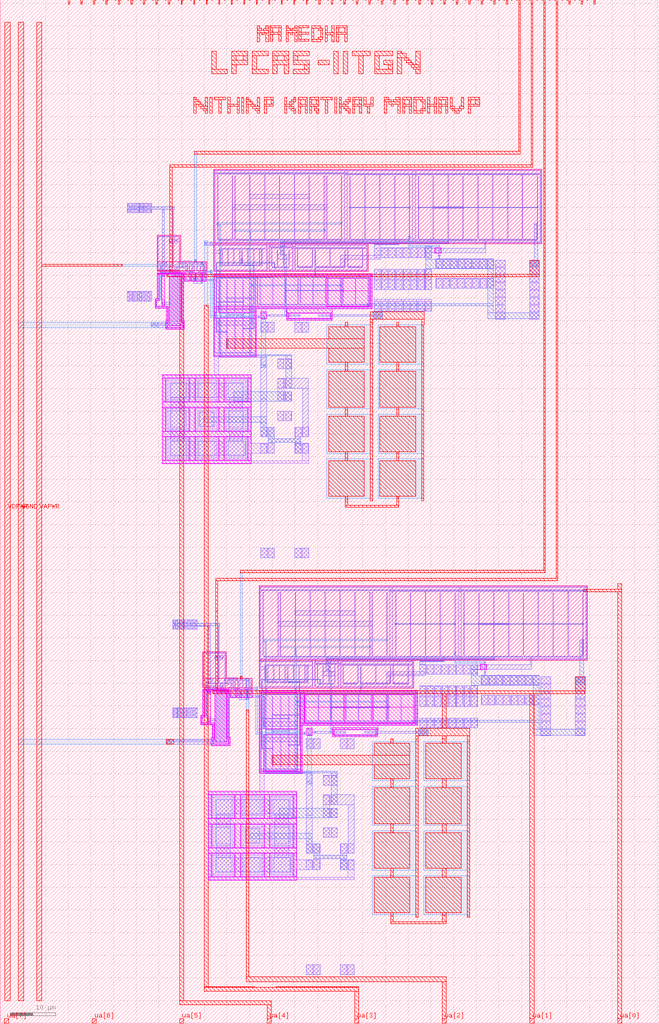
<source format=lef>
VERSION 5.7 ;
  NOWIREEXTENSIONATPIN ON ;
  DIVIDERCHAR "/" ;
  BUSBITCHARS "[]" ;
MACRO tt_um_LPCAS_TP1
  CLASS BLOCK ;
  FOREIGN tt_um_LPCAS_TP1 ;
  ORIGIN 0.000 0.000 ;
  SIZE 145.360 BY 225.760 ;
  PIN clk
    PORT
      LAYER met4 ;
        RECT 128.190 224.760 128.490 225.760 ;
    END
  END clk
  PIN ena
    PORT
      LAYER met4 ;
        RECT 130.950 224.760 131.250 225.760 ;
    END
  END ena
  PIN rst_n
    PORT
      LAYER met4 ;
        RECT 125.430 224.760 125.730 225.760 ;
    END
  END rst_n
  PIN ua[0]
    ANTENNAGATEAREA 32.250000 ;
    ANTENNADIFFAREA 117.460548 ;
    PORT
      LAYER met4 ;
        RECT 136.170 0.000 137.070 1.000 ;
    END
  END ua[0]
  PIN ua[1]
    ANTENNAGATEAREA 18.150000 ;
    ANTENNADIFFAREA 15.650000 ;
    PORT
      LAYER met4 ;
        RECT 116.850 0.000 117.750 1.000 ;
    END
  END ua[1]
  PIN ua[2]
    ANTENNADIFFAREA 7.542800 ;
    PORT
      LAYER met4 ;
        RECT 97.530 0.000 98.430 1.000 ;
    END
  END ua[2]
  PIN ua[3]
    ANTENNAGATEAREA 32.250000 ;
    ANTENNADIFFAREA 117.460548 ;
    PORT
      LAYER met4 ;
        RECT 78.210 0.000 79.110 1.000 ;
    END
  END ua[3]
  PIN ua[4]
    ANTENNAGATEAREA 7.500000 ;
    ANTENNADIFFAREA 10.934999 ;
    PORT
      LAYER met4 ;
        RECT 58.890 0.000 59.790 1.000 ;
    END
  END ua[4]
  PIN ua[5]
    PORT
      LAYER met4 ;
        RECT 39.570 0.000 40.470 1.000 ;
    END
  END ua[5]
  PIN ua[6]
    PORT
      LAYER met4 ;
        RECT 20.250 0.000 21.150 1.000 ;
    END
  END ua[6]
  PIN ua[7]
    PORT
      LAYER met4 ;
        RECT 0.930 0.000 1.830 1.000 ;
    END
  END ua[7]
  PIN ui_in[0]
    ANTENNAGATEAREA 2.950000 ;
    PORT
      LAYER met4 ;
        RECT 122.670 224.760 122.970 225.760 ;
    END
  END ui_in[0]
  PIN ui_in[1]
    ANTENNAGATEAREA 0.300000 ;
    PORT
      LAYER met4 ;
        RECT 119.910 224.760 120.210 225.760 ;
    END
  END ui_in[1]
  PIN ui_in[2]
    ANTENNAGATEAREA 2.950000 ;
    PORT
      LAYER met4 ;
        RECT 117.150 224.760 117.450 225.760 ;
    END
  END ui_in[2]
  PIN ui_in[3]
    ANTENNAGATEAREA 0.300000 ;
    PORT
      LAYER met4 ;
        RECT 114.390 224.760 114.690 225.760 ;
    END
  END ui_in[3]
  PIN ui_in[4]
    PORT
      LAYER met4 ;
        RECT 111.630 224.760 111.930 225.760 ;
    END
  END ui_in[4]
  PIN ui_in[5]
    PORT
      LAYER met4 ;
        RECT 108.870 224.760 109.170 225.760 ;
    END
  END ui_in[5]
  PIN ui_in[6]
    PORT
      LAYER met4 ;
        RECT 106.110 224.760 106.410 225.760 ;
    END
  END ui_in[6]
  PIN ui_in[7]
    PORT
      LAYER met4 ;
        RECT 103.350 224.760 103.650 225.760 ;
    END
  END ui_in[7]
  PIN uio_in[0]
    PORT
      LAYER met4 ;
        RECT 100.590 224.760 100.890 225.760 ;
    END
  END uio_in[0]
  PIN uio_in[1]
    PORT
      LAYER met4 ;
        RECT 97.830 224.760 98.130 225.760 ;
    END
  END uio_in[1]
  PIN uio_in[2]
    PORT
      LAYER met4 ;
        RECT 95.070 224.760 95.370 225.760 ;
    END
  END uio_in[2]
  PIN uio_in[3]
    PORT
      LAYER met4 ;
        RECT 92.310 224.760 92.610 225.760 ;
    END
  END uio_in[3]
  PIN uio_in[4]
    PORT
      LAYER met4 ;
        RECT 89.550 224.760 89.850 225.760 ;
    END
  END uio_in[4]
  PIN uio_in[5]
    PORT
      LAYER met4 ;
        RECT 86.790 224.760 87.090 225.760 ;
    END
  END uio_in[5]
  PIN uio_in[6]
    PORT
      LAYER met4 ;
        RECT 84.030 224.760 84.330 225.760 ;
    END
  END uio_in[6]
  PIN uio_in[7]
    PORT
      LAYER met4 ;
        RECT 81.270 224.760 81.570 225.760 ;
    END
  END uio_in[7]
  PIN uio_oe[0]
    PORT
      LAYER met4 ;
        RECT 34.350 224.760 34.650 225.760 ;
    END
  END uio_oe[0]
  PIN uio_oe[1]
    PORT
      LAYER met4 ;
        RECT 31.590 224.760 31.890 225.760 ;
    END
  END uio_oe[1]
  PIN uio_oe[2]
    PORT
      LAYER met4 ;
        RECT 28.830 224.760 29.130 225.760 ;
    END
  END uio_oe[2]
  PIN uio_oe[3]
    PORT
      LAYER met4 ;
        RECT 26.070 224.760 26.370 225.760 ;
    END
  END uio_oe[3]
  PIN uio_oe[4]
    PORT
      LAYER met4 ;
        RECT 23.310 224.760 23.610 225.760 ;
    END
  END uio_oe[4]
  PIN uio_oe[5]
    PORT
      LAYER met4 ;
        RECT 20.550 224.760 20.850 225.760 ;
    END
  END uio_oe[5]
  PIN uio_oe[6]
    PORT
      LAYER met4 ;
        RECT 17.790 224.760 18.090 225.760 ;
    END
  END uio_oe[6]
  PIN uio_oe[7]
    PORT
      LAYER met4 ;
        RECT 15.030 224.760 15.330 225.760 ;
    END
  END uio_oe[7]
  PIN uio_out[0]
    PORT
      LAYER met4 ;
        RECT 56.430 224.760 56.730 225.760 ;
    END
  END uio_out[0]
  PIN uio_out[1]
    PORT
      LAYER met4 ;
        RECT 53.670 224.760 53.970 225.760 ;
    END
  END uio_out[1]
  PIN uio_out[2]
    PORT
      LAYER met4 ;
        RECT 50.910 224.760 51.210 225.760 ;
    END
  END uio_out[2]
  PIN uio_out[3]
    PORT
      LAYER met4 ;
        RECT 48.150 224.760 48.450 225.760 ;
    END
  END uio_out[3]
  PIN uio_out[4]
    PORT
      LAYER met4 ;
        RECT 45.390 224.760 45.690 225.760 ;
    END
  END uio_out[4]
  PIN uio_out[5]
    PORT
      LAYER met4 ;
        RECT 42.630 224.760 42.930 225.760 ;
    END
  END uio_out[5]
  PIN uio_out[6]
    PORT
      LAYER met4 ;
        RECT 39.870 224.760 40.170 225.760 ;
    END
  END uio_out[6]
  PIN uio_out[7]
    PORT
      LAYER met4 ;
        RECT 37.110 224.760 37.410 225.760 ;
    END
  END uio_out[7]
  PIN uo_out[0]
    PORT
      LAYER met4 ;
        RECT 78.510 224.760 78.810 225.760 ;
    END
  END uo_out[0]
  PIN uo_out[1]
    PORT
      LAYER met4 ;
        RECT 75.750 224.760 76.050 225.760 ;
    END
  END uo_out[1]
  PIN uo_out[2]
    PORT
      LAYER met4 ;
        RECT 72.990 224.760 73.290 225.760 ;
    END
  END uo_out[2]
  PIN uo_out[3]
    PORT
      LAYER met4 ;
        RECT 70.230 224.760 70.530 225.760 ;
    END
  END uo_out[3]
  PIN uo_out[4]
    PORT
      LAYER met4 ;
        RECT 67.470 224.760 67.770 225.760 ;
    END
  END uo_out[4]
  PIN uo_out[5]
    PORT
      LAYER met4 ;
        RECT 64.710 224.760 65.010 225.760 ;
    END
  END uo_out[5]
  PIN uo_out[6]
    PORT
      LAYER met4 ;
        RECT 61.950 224.760 62.250 225.760 ;
    END
  END uo_out[6]
  PIN uo_out[7]
    PORT
      LAYER met4 ;
        RECT 59.190 224.760 59.490 225.760 ;
    END
  END uo_out[7]
  PIN VDPWR
    PORT
      LAYER met4 ;
        RECT 1.000 5.000 2.200 220.760 ;
    END
  END VDPWR
  PIN VGND
    USE GROUND ;
    PORT
      LAYER met4 ;
        RECT 4.000 5.000 5.200 220.760 ;
    END
  END VGND
  PIN VAPWR
    ANTENNADIFFAREA 7.542800 ;
    PORT
      LAYER met4 ;
        RECT 8.000 5.000 9.200 220.760 ;
    END
  END VAPWR
  OBS
      LAYER nwell ;
        RECT 34.580 167.925 39.810 173.790 ;
        RECT 47.045 171.940 119.455 188.360 ;
        RECT 34.580 165.935 45.535 167.925 ;
        RECT 34.580 165.925 39.810 165.935 ;
        RECT 47.045 165.820 81.145 171.940 ;
      LAYER pwell ;
        RECT 95.800 169.835 97.300 171.095 ;
        RECT 38.060 165.590 39.750 165.620 ;
        RECT 34.630 165.330 40.310 165.590 ;
        RECT 34.630 165.160 40.490 165.330 ;
        RECT 34.630 159.790 35.060 165.160 ;
        RECT 34.140 159.360 35.060 159.790 ;
        RECT 34.140 158.125 34.570 159.360 ;
        RECT 35.580 158.420 36.340 165.010 ;
        RECT 39.880 164.900 40.490 165.160 ;
        RECT 34.140 157.695 37.100 158.125 ;
        RECT 36.670 154.970 37.100 157.695 ;
        RECT 36.525 154.540 37.100 154.970 ;
        RECT 36.525 153.545 36.955 154.540 ;
        RECT 37.250 153.840 39.910 164.740 ;
        RECT 40.060 154.970 40.490 164.900 ;
        RECT 40.640 163.685 41.940 165.585 ;
        RECT 42.110 163.685 43.050 165.585 ;
        RECT 43.080 163.685 44.450 165.585 ;
        RECT 44.545 163.685 45.485 165.585 ;
        RECT 47.040 164.890 82.010 165.320 ;
        RECT 47.040 158.060 72.020 164.890 ;
        RECT 72.030 161.610 75.320 164.370 ;
        RECT 75.340 161.610 81.410 164.370 ;
        RECT 72.030 158.200 75.320 161.600 ;
        RECT 75.340 158.200 81.410 161.600 ;
        RECT 81.580 158.060 82.010 164.890 ;
        RECT 47.040 157.630 82.010 158.060 ;
        RECT 47.040 156.840 56.510 157.630 ;
        RECT 47.040 155.530 47.470 156.840 ;
        RECT 56.080 155.530 56.510 156.840 ;
        RECT 40.060 154.540 40.635 154.970 ;
        RECT 40.205 153.545 40.635 154.540 ;
        RECT 36.525 153.115 40.635 153.545 ;
        RECT 47.040 147.050 56.510 155.530 ;
        RECT 57.480 155.395 58.740 156.895 ;
        RECT 63.210 156.600 73.230 157.630 ;
        RECT 63.210 155.550 63.640 156.600 ;
        RECT 72.800 155.550 73.230 156.600 ;
        RECT 63.210 155.120 73.230 155.550 ;
        RECT 35.780 142.245 55.360 143.010 ;
        RECT 35.780 137.075 36.545 142.245 ;
        RECT 41.715 137.075 42.985 142.245 ;
        RECT 48.155 137.075 49.425 142.245 ;
        RECT 54.595 137.075 55.360 142.245 ;
        RECT 35.780 135.805 55.360 137.075 ;
        RECT 35.780 130.635 36.545 135.805 ;
        RECT 41.715 130.635 42.985 135.805 ;
        RECT 48.155 130.635 49.425 135.805 ;
        RECT 54.595 130.635 55.360 135.805 ;
        RECT 35.780 129.365 55.360 130.635 ;
        RECT 35.780 124.195 36.545 129.365 ;
        RECT 41.715 124.195 42.985 129.365 ;
        RECT 48.155 124.195 49.425 129.365 ;
        RECT 54.595 124.195 55.360 129.365 ;
        RECT 35.780 123.430 55.360 124.195 ;
      LAYER nwell ;
        RECT 44.640 76.045 49.870 81.910 ;
        RECT 57.105 80.060 129.515 96.480 ;
        RECT 44.640 74.055 55.595 76.045 ;
        RECT 44.640 74.045 49.870 74.055 ;
        RECT 57.105 73.940 91.205 80.060 ;
      LAYER pwell ;
        RECT 105.860 77.955 107.360 79.215 ;
        RECT 48.120 73.710 49.810 73.740 ;
        RECT 44.690 73.450 50.370 73.710 ;
        RECT 44.690 73.280 50.550 73.450 ;
        RECT 44.690 67.910 45.120 73.280 ;
        RECT 44.200 67.480 45.120 67.910 ;
        RECT 44.200 66.245 44.630 67.480 ;
        RECT 45.640 66.540 46.400 73.130 ;
        RECT 49.940 73.020 50.550 73.280 ;
        RECT 44.200 65.815 47.160 66.245 ;
        RECT 46.730 63.090 47.160 65.815 ;
        RECT 46.585 62.660 47.160 63.090 ;
        RECT 46.585 61.665 47.015 62.660 ;
        RECT 47.310 61.960 49.970 72.860 ;
        RECT 50.120 63.090 50.550 73.020 ;
        RECT 50.700 71.805 52.000 73.705 ;
        RECT 52.170 71.805 53.110 73.705 ;
        RECT 53.140 71.805 54.510 73.705 ;
        RECT 54.605 71.805 55.545 73.705 ;
        RECT 57.100 73.010 92.070 73.440 ;
        RECT 50.120 62.660 50.695 63.090 ;
        RECT 50.265 61.665 50.695 62.660 ;
        RECT 46.585 61.235 50.695 61.665 ;
        RECT 57.100 55.600 57.530 73.010 ;
        RECT 58.035 64.960 65.665 72.860 ;
        RECT 66.140 66.180 67.010 73.010 ;
        RECT 67.140 69.730 75.990 72.490 ;
        RECT 76.010 69.730 82.080 72.490 ;
        RECT 82.090 69.730 85.380 72.490 ;
        RECT 85.400 69.730 91.470 72.490 ;
        RECT 67.140 66.320 75.990 69.720 ;
        RECT 76.010 66.320 82.080 69.720 ;
        RECT 82.090 66.320 85.380 69.720 ;
        RECT 85.400 66.320 91.470 69.720 ;
        RECT 91.640 66.180 92.070 73.010 ;
        RECT 66.140 65.750 92.070 66.180 ;
        RECT 58.035 55.750 65.665 63.650 ;
        RECT 66.140 55.600 66.570 65.750 ;
        RECT 67.540 63.515 68.800 65.015 ;
        RECT 73.270 64.720 83.290 65.150 ;
        RECT 73.270 63.670 73.700 64.720 ;
        RECT 82.860 63.670 83.290 64.720 ;
        RECT 73.270 63.240 83.290 63.670 ;
        RECT 57.100 55.170 66.570 55.600 ;
        RECT 45.840 50.365 65.420 51.130 ;
        RECT 45.840 45.195 46.605 50.365 ;
        RECT 51.775 45.195 53.045 50.365 ;
        RECT 58.215 45.195 59.485 50.365 ;
        RECT 64.655 45.195 65.420 50.365 ;
        RECT 45.840 43.925 65.420 45.195 ;
        RECT 45.840 38.755 46.605 43.925 ;
        RECT 51.775 38.755 53.045 43.925 ;
        RECT 58.215 38.755 59.485 43.925 ;
        RECT 64.655 38.755 65.420 43.925 ;
        RECT 45.840 37.485 65.420 38.755 ;
        RECT 45.840 32.315 46.605 37.485 ;
        RECT 51.775 32.315 53.045 37.485 ;
        RECT 58.215 32.315 59.485 37.485 ;
        RECT 64.655 32.315 65.420 37.485 ;
        RECT 45.840 31.550 65.420 32.315 ;
      LAYER li1 ;
        RECT 47.225 188.010 119.275 188.180 ;
        RECT 47.225 187.550 47.395 188.010 ;
        RECT 75.845 187.550 76.545 188.010 ;
        RECT 47.225 187.460 76.545 187.550 ;
        RECT 90.915 187.460 91.615 188.010 ;
        RECT 119.105 187.460 119.275 188.010 ;
        RECT 47.225 187.280 119.275 187.460 ;
        RECT 28.020 178.760 28.370 180.920 ;
        RECT 28.580 178.760 28.930 180.920 ;
        RECT 29.140 178.760 29.490 180.920 ;
        RECT 29.700 178.760 30.050 180.920 ;
        RECT 30.260 178.760 30.610 180.920 ;
        RECT 30.820 178.760 31.170 180.920 ;
        RECT 31.380 178.760 31.730 180.920 ;
        RECT 31.940 178.760 32.290 180.920 ;
        RECT 32.500 178.760 32.850 180.920 ;
        RECT 33.060 178.760 33.410 180.920 ;
        RECT 34.760 173.440 39.630 173.610 ;
        RECT 34.760 167.960 34.930 173.440 ;
        RECT 39.460 172.985 39.630 173.440 ;
        RECT 38.895 172.980 39.630 172.985 ;
        RECT 37.260 172.535 39.630 172.980 ;
        RECT 37.260 172.530 39.010 172.535 ;
        RECT 37.260 172.045 37.810 172.530 ;
        RECT 38.460 172.045 39.010 172.530 ;
        RECT 34.760 167.680 36.710 167.960 ;
        RECT 34.760 166.275 34.930 167.680 ;
        RECT 35.270 166.900 35.500 167.230 ;
        RECT 35.710 167.195 36.710 167.680 ;
        RECT 38.020 166.935 38.250 171.990 ;
        RECT 39.460 167.685 39.630 172.535 ;
        RECT 47.225 172.290 47.395 187.280 ;
        RECT 47.885 173.070 48.055 186.930 ;
        RECT 51.165 173.070 51.335 186.930 ;
        RECT 51.695 174.985 51.865 186.930 ;
        RECT 54.975 182.900 55.145 186.930 ;
        RECT 58.250 186.910 58.430 187.280 ;
        RECT 54.975 181.850 55.150 182.900 ;
        RECT 51.695 174.815 51.875 174.985 ;
        RECT 51.695 173.070 51.865 174.815 ;
        RECT 54.975 173.070 55.145 181.850 ;
        RECT 58.255 173.070 58.425 186.910 ;
        RECT 61.535 173.070 61.705 186.930 ;
        RECT 64.810 186.900 64.990 187.280 ;
        RECT 75.845 187.190 119.275 187.280 ;
        RECT 64.815 173.070 64.985 186.900 ;
        RECT 68.095 182.900 68.265 186.930 ;
        RECT 68.090 181.850 68.265 182.900 ;
        RECT 68.095 173.070 68.265 181.850 ;
        RECT 71.375 174.985 71.545 186.930 ;
        RECT 71.365 174.815 71.545 174.985 ;
        RECT 71.375 173.070 71.545 174.815 ;
        RECT 71.905 173.070 72.075 186.930 ;
        RECT 75.185 173.070 75.355 186.930 ;
        RECT 48.110 172.630 51.110 172.860 ;
        RECT 51.920 172.630 54.920 172.860 ;
        RECT 55.200 172.630 58.200 172.860 ;
        RECT 58.480 172.630 61.480 172.860 ;
        RECT 61.760 172.630 64.760 172.860 ;
        RECT 65.040 172.630 68.040 172.860 ;
        RECT 68.320 172.630 71.320 172.860 ;
        RECT 72.130 172.630 75.130 172.860 ;
        RECT 75.845 172.290 76.545 187.190 ;
        RECT 77.085 173.070 77.255 186.840 ;
        RECT 80.365 173.070 80.535 186.840 ;
        RECT 83.640 186.820 83.820 187.190 ;
        RECT 83.645 173.070 83.815 186.820 ;
        RECT 86.925 173.070 87.095 186.840 ;
        RECT 90.205 173.070 90.375 186.840 ;
        RECT 77.310 172.630 80.310 172.860 ;
        RECT 80.590 172.630 83.590 172.860 ;
        RECT 83.870 172.630 86.870 172.860 ;
        RECT 87.150 172.630 90.150 172.860 ;
        RECT 90.915 172.290 91.615 187.190 ;
        RECT 92.155 173.070 92.325 186.840 ;
        RECT 95.435 173.070 95.605 186.840 ;
        RECT 98.715 173.070 98.885 187.190 ;
        RECT 101.995 173.070 102.165 186.840 ;
        RECT 105.275 173.070 105.445 186.840 ;
        RECT 108.550 186.790 108.730 187.190 ;
        RECT 108.555 173.070 108.725 186.790 ;
        RECT 111.835 172.860 112.005 186.840 ;
        RECT 115.110 186.770 115.290 187.190 ;
        RECT 115.115 173.070 115.285 186.770 ;
        RECT 118.395 173.070 118.565 186.840 ;
        RECT 92.380 172.630 95.380 172.860 ;
        RECT 95.660 172.630 98.660 172.860 ;
        RECT 98.940 172.630 101.940 172.860 ;
        RECT 102.220 172.630 105.220 172.860 ;
        RECT 105.500 172.630 108.500 172.860 ;
        RECT 108.780 172.630 115.060 172.860 ;
        RECT 115.340 172.630 118.340 172.860 ;
        RECT 119.105 172.290 119.275 187.190 ;
        RECT 47.225 172.200 119.275 172.290 ;
        RECT 46.330 172.120 119.275 172.200 ;
        RECT 46.330 171.760 47.520 172.120 ;
        RECT 58.460 171.760 58.750 172.120 ;
        RECT 46.330 171.610 58.905 171.760 ;
        RECT 59.270 171.750 59.560 172.120 ;
        RECT 64.250 171.750 64.600 172.120 ;
        RECT 64.960 171.755 65.310 172.120 ;
        RECT 80.500 171.760 80.960 172.120 ;
        RECT 76.015 171.755 80.965 171.760 ;
        RECT 47.225 171.590 58.905 171.610 ;
        RECT 47.225 170.490 47.395 171.590 ;
        RECT 58.735 170.940 58.905 171.590 ;
        RECT 56.870 170.935 58.905 170.940 ;
        RECT 48.875 170.705 51.605 170.935 ;
        RECT 48.285 170.490 48.555 170.495 ;
        RECT 47.225 169.860 48.555 170.490 ;
        RECT 40.170 167.920 42.190 168.220 ;
        RECT 42.915 167.955 43.295 168.315 ;
        RECT 39.410 167.515 39.680 167.685 ;
        RECT 35.710 166.765 38.250 166.935 ;
        RECT 38.460 166.765 39.010 166.935 ;
        RECT 39.460 166.275 39.630 167.515 ;
        RECT 40.170 166.700 40.470 167.920 ;
        RECT 40.780 167.465 41.870 167.735 ;
        RECT 42.250 167.465 42.910 167.735 ;
        RECT 43.290 167.465 44.310 167.735 ;
        RECT 44.685 167.465 45.345 167.735 ;
        RECT 34.760 166.105 39.630 166.275 ;
        RECT 37.570 165.880 37.810 165.890 ;
        RECT 40.370 165.880 40.610 165.970 ;
        RECT 37.570 165.660 40.610 165.880 ;
        RECT 40.810 165.915 40.980 167.115 ;
        RECT 41.240 166.115 41.410 167.465 ;
        RECT 41.670 165.930 41.840 167.115 ;
        RECT 42.280 166.115 42.450 167.465 ;
        RECT 41.670 165.915 42.530 165.930 ;
        RECT 40.810 165.745 42.530 165.915 ;
        RECT 37.570 165.650 37.810 165.660 ;
        RECT 40.370 165.580 40.610 165.660 ;
        RECT 41.670 165.630 42.530 165.745 ;
        RECT 38.190 165.460 39.620 165.490 ;
        RECT 34.760 165.320 40.180 165.460 ;
        RECT 41.670 165.455 41.840 165.630 ;
        RECT 34.760 165.290 38.360 165.320 ;
        RECT 39.450 165.290 40.180 165.320 ;
        RECT 28.020 159.260 28.370 161.420 ;
        RECT 28.580 159.260 28.930 161.420 ;
        RECT 29.140 159.260 29.490 161.420 ;
        RECT 29.700 159.260 30.050 161.420 ;
        RECT 30.260 159.260 30.610 161.420 ;
        RECT 30.820 159.260 31.170 161.420 ;
        RECT 31.380 159.260 31.730 161.420 ;
        RECT 31.940 159.260 32.290 161.420 ;
        RECT 32.500 159.260 32.850 161.420 ;
        RECT 33.060 159.260 33.410 161.420 ;
        RECT 34.760 159.660 34.930 165.290 ;
        RECT 40.010 165.200 40.180 165.290 ;
        RECT 35.710 164.670 36.210 164.840 ;
        RECT 36.830 164.670 37.230 165.120 ;
        RECT 40.010 165.030 40.360 165.200 ;
        RECT 37.850 164.850 39.740 165.020 ;
        RECT 34.270 159.490 34.930 159.660 ;
        RECT 35.270 159.615 35.500 164.615 ;
        RECT 34.270 157.995 34.440 159.490 ;
        RECT 35.710 157.995 36.210 159.560 ;
        RECT 34.270 157.825 36.970 157.995 ;
        RECT 36.800 154.840 36.970 157.825 ;
        RECT 36.655 154.670 36.970 154.840 ;
        RECT 36.655 154.250 36.825 154.670 ;
        RECT 37.420 154.250 37.590 164.610 ;
        RECT 37.850 154.610 38.020 164.850 ;
        RECT 38.280 154.250 38.450 164.610 ;
        RECT 38.710 154.610 38.880 164.850 ;
        RECT 39.140 154.250 39.310 164.610 ;
        RECT 39.570 154.610 39.740 164.850 ;
        RECT 40.190 164.110 40.360 165.030 ;
        RECT 40.810 164.110 40.980 165.455 ;
        RECT 41.600 165.285 41.840 165.455 ;
        RECT 41.600 164.455 41.770 165.285 ;
        RECT 42.280 164.110 42.450 165.455 ;
        RECT 42.710 164.800 42.880 167.115 ;
        RECT 43.320 166.115 43.490 167.465 ;
        RECT 44.720 167.180 44.890 167.465 ;
        RECT 44.110 165.930 44.280 167.115 ;
        RECT 44.700 167.010 44.890 167.180 ;
        RECT 44.715 166.115 44.885 167.010 ;
        RECT 44.110 165.870 44.940 165.930 ;
        RECT 43.680 165.630 44.940 165.870 ;
        RECT 45.145 165.920 45.315 167.115 ;
        RECT 47.225 166.170 47.395 169.860 ;
        RECT 48.285 167.495 48.555 169.860 ;
        RECT 48.875 167.285 49.045 170.705 ;
        RECT 50.155 167.285 50.325 170.705 ;
        RECT 51.435 167.495 51.605 170.705 ;
        RECT 54.525 170.705 58.905 170.935 ;
        RECT 52.715 167.285 52.885 170.495 ;
        RECT 53.245 167.495 53.415 170.495 ;
        RECT 54.525 167.495 54.695 170.705 ;
        RECT 55.805 167.495 55.975 170.705 ;
        RECT 56.870 170.700 58.905 170.705 ;
        RECT 57.085 167.285 57.255 170.700 ;
        RECT 57.575 167.495 57.845 170.495 ;
        RECT 48.875 167.055 51.380 167.285 ;
        RECT 51.660 167.055 52.885 167.285 ;
        RECT 53.470 167.055 54.470 167.285 ;
        RECT 54.750 167.055 55.750 167.285 ;
        RECT 56.030 167.055 57.255 167.285 ;
        RECT 58.735 166.170 58.905 170.700 ;
        RECT 47.225 166.000 58.905 166.170 ;
        RECT 59.265 171.670 64.600 171.750 ;
        RECT 59.265 171.580 64.595 171.670 ;
        RECT 59.265 171.240 59.435 171.580 ;
        RECT 64.425 171.240 64.595 171.580 ;
        RECT 64.955 171.590 80.965 171.755 ;
        RECT 64.955 171.585 76.185 171.590 ;
        RECT 64.955 171.240 65.125 171.585 ;
        RECT 59.265 171.150 65.130 171.240 ;
        RECT 80.795 171.150 80.965 171.590 ;
        RECT 96.745 171.290 96.915 171.620 ;
        RECT 59.265 170.970 80.965 171.150 ;
        RECT 59.265 166.170 59.435 170.970 ;
        RECT 59.815 167.070 59.985 170.970 ;
        RECT 61.095 167.070 61.265 170.620 ;
        RECT 62.375 167.070 62.545 170.970 ;
        RECT 64.370 170.880 80.965 170.970 ;
        RECT 63.655 167.070 63.825 170.620 ;
        RECT 60.040 166.630 61.040 166.860 ;
        RECT 61.320 166.630 62.320 166.860 ;
        RECT 62.600 166.630 63.600 166.860 ;
        RECT 64.425 166.170 64.595 170.880 ;
        RECT 59.265 166.000 64.595 166.170 ;
        RECT 64.955 166.170 65.125 170.880 ;
        RECT 65.485 166.945 65.655 170.880 ;
        RECT 68.765 166.945 68.935 170.880 ;
        RECT 69.375 167.155 69.545 170.530 ;
        RECT 72.655 167.155 72.825 170.880 ;
        RECT 75.935 166.945 76.105 170.530 ;
        RECT 65.485 166.715 68.935 166.945 ;
        RECT 69.600 166.715 72.600 166.945 ;
        RECT 72.880 166.715 76.105 166.945 ;
        RECT 76.545 166.945 76.715 170.880 ;
        RECT 79.825 166.945 79.995 170.880 ;
        RECT 76.545 166.715 79.995 166.945 ;
        RECT 80.795 166.170 80.965 170.880 ;
        RECT 82.450 168.840 83.860 171.000 ;
        RECT 84.070 168.840 85.480 171.000 ;
        RECT 85.690 168.840 87.100 171.000 ;
        RECT 87.310 168.840 88.720 171.000 ;
        RECT 88.930 168.840 90.340 171.000 ;
        RECT 90.550 168.850 91.960 171.010 ;
        RECT 92.170 168.850 93.580 171.010 ;
        RECT 93.790 168.850 95.200 171.010 ;
        RECT 95.940 169.965 96.700 170.965 ;
        RECT 96.960 169.965 97.130 170.965 ;
        RECT 96.650 169.150 97.000 169.510 ;
        RECT 96.090 166.480 97.500 168.640 ;
        RECT 97.710 166.480 99.120 168.640 ;
        RECT 99.330 166.480 100.740 168.640 ;
        RECT 100.950 166.480 102.360 168.640 ;
        RECT 102.570 166.480 103.980 168.640 ;
        RECT 104.190 166.480 105.600 168.640 ;
        RECT 105.810 166.480 107.220 168.640 ;
        RECT 107.430 166.480 108.840 168.640 ;
        RECT 109.180 166.880 111.340 168.290 ;
        RECT 116.780 166.880 118.940 168.290 ;
        RECT 64.955 166.000 80.965 166.170 ;
        RECT 42.650 164.470 42.950 164.800 ;
        RECT 42.710 164.455 42.880 164.470 ;
        RECT 43.250 164.110 43.420 165.455 ;
        RECT 43.680 164.455 43.850 165.630 ;
        RECT 45.145 165.600 45.730 165.920 ;
        RECT 44.110 164.110 44.280 165.455 ;
        RECT 44.715 164.110 44.885 165.455 ;
        RECT 45.145 164.455 45.315 165.600 ;
        RECT 47.170 165.020 81.880 165.190 ;
        RECT 47.170 164.600 47.340 165.020 ;
        RECT 47.170 164.330 55.465 164.600 ;
        RECT 47.170 164.110 47.340 164.330 ;
        RECT 40.190 163.810 47.340 164.110 ;
        RECT 40.190 154.840 40.360 163.810 ;
        RECT 44.350 163.280 44.690 163.630 ;
        RECT 40.190 154.670 40.505 154.840 ;
        RECT 40.335 154.250 40.505 154.670 ;
        RECT 36.655 153.980 40.505 154.250 ;
        RECT 36.655 153.415 36.825 153.980 ;
        RECT 40.335 153.415 40.505 153.980 ;
        RECT 36.655 153.245 40.505 153.415 ;
        RECT 47.170 148.040 47.340 163.810 ;
        RECT 48.145 156.970 48.315 163.970 ;
        RECT 49.925 156.970 50.095 163.970 ;
        RECT 51.705 156.970 51.875 163.970 ;
        RECT 53.485 156.970 53.655 163.970 ;
        RECT 55.265 162.950 55.435 163.970 ;
        RECT 55.265 162.650 55.690 162.950 ;
        RECT 55.265 156.970 55.435 162.650 ;
        RECT 56.210 157.930 56.380 165.020 ;
        RECT 56.650 164.680 56.820 165.020 ;
        RECT 81.710 164.680 81.880 165.020 ;
        RECT 56.630 164.450 59.975 164.680 ;
        RECT 60.255 164.450 62.755 164.680 ;
        RECT 63.035 164.450 65.535 164.680 ;
        RECT 66.120 164.450 68.845 164.680 ;
        RECT 69.125 164.450 71.955 164.680 ;
        RECT 72.425 164.450 74.925 164.680 ;
        RECT 75.735 164.450 78.235 164.680 ;
        RECT 78.515 164.450 81.880 164.680 ;
        RECT 56.650 158.610 56.820 164.450 ;
        RECT 57.250 158.610 57.420 164.450 ;
        RECT 60.030 158.610 60.200 164.240 ;
        RECT 62.810 158.970 62.980 164.240 ;
        RECT 65.590 158.610 65.760 164.240 ;
        RECT 66.120 158.970 66.290 164.450 ;
        RECT 68.900 158.610 69.070 164.240 ;
        RECT 71.680 158.970 71.850 164.450 ;
        RECT 72.200 158.610 72.370 164.240 ;
        RECT 74.980 158.970 75.150 164.240 ;
        RECT 75.510 158.970 75.680 164.240 ;
        RECT 78.290 158.610 78.460 164.240 ;
        RECT 81.070 158.610 81.240 164.450 ;
        RECT 81.710 158.610 81.880 164.450 ;
        RECT 82.450 164.150 83.860 166.310 ;
        RECT 84.070 164.150 85.480 166.310 ;
        RECT 85.690 164.150 87.100 166.310 ;
        RECT 87.310 164.150 88.720 166.310 ;
        RECT 88.930 164.150 90.340 166.310 ;
        RECT 90.550 164.160 91.960 166.320 ;
        RECT 92.170 164.160 93.580 166.320 ;
        RECT 93.790 164.160 95.200 166.320 ;
        RECT 109.180 165.230 111.340 166.640 ;
        RECT 116.780 165.230 118.940 166.640 ;
        RECT 82.450 161.740 83.860 163.900 ;
        RECT 84.070 161.740 85.480 163.900 ;
        RECT 85.690 161.740 87.100 163.900 ;
        RECT 87.310 161.740 88.720 163.900 ;
        RECT 88.930 161.740 90.340 163.900 ;
        RECT 90.550 161.740 91.960 163.900 ;
        RECT 92.170 161.740 93.580 163.900 ;
        RECT 93.790 161.740 95.200 163.900 ;
        RECT 96.090 162.120 97.500 164.280 ;
        RECT 97.710 162.120 99.120 164.280 ;
        RECT 99.330 162.120 100.740 164.280 ;
        RECT 100.950 162.120 102.360 164.280 ;
        RECT 102.570 162.120 103.980 164.280 ;
        RECT 104.190 162.120 105.600 164.280 ;
        RECT 105.810 162.120 107.220 164.280 ;
        RECT 107.430 162.120 108.840 164.280 ;
        RECT 109.180 163.580 111.340 164.990 ;
        RECT 116.780 163.580 118.940 164.990 ;
        RECT 109.180 161.920 111.340 163.330 ;
        RECT 116.780 161.920 118.940 163.330 ;
        RECT 109.180 160.280 111.340 161.690 ;
        RECT 116.780 160.280 118.940 161.690 ;
        RECT 56.650 158.340 81.880 158.610 ;
        RECT 56.650 157.930 56.820 158.340 ;
        RECT 63.340 157.930 73.280 157.940 ;
        RECT 81.710 157.930 81.880 158.340 ;
        RECT 56.210 157.760 81.880 157.930 ;
        RECT 48.370 156.530 49.870 156.760 ;
        RECT 50.150 156.530 51.650 156.760 ;
        RECT 51.930 156.530 53.430 156.760 ;
        RECT 53.710 156.530 55.210 156.760 ;
        RECT 48.370 155.610 49.870 155.840 ;
        RECT 50.150 155.610 51.650 155.840 ;
        RECT 51.930 155.610 53.430 155.840 ;
        RECT 53.710 155.610 55.210 155.840 ;
        RECT 48.145 148.400 48.315 155.400 ;
        RECT 49.925 150.770 50.095 155.400 ;
        RECT 49.920 149.000 50.100 150.770 ;
        RECT 49.925 148.400 50.095 149.000 ;
        RECT 51.705 148.400 51.875 155.400 ;
        RECT 53.485 148.400 53.655 155.400 ;
        RECT 55.265 148.400 55.435 155.400 ;
        RECT 56.210 148.040 56.380 157.760 ;
        RECT 57.610 156.485 58.610 157.760 ;
        RECT 63.340 156.740 73.280 157.760 ;
        RECT 82.450 157.050 83.860 159.210 ;
        RECT 84.070 157.050 85.480 159.210 ;
        RECT 85.690 157.050 87.100 159.210 ;
        RECT 87.310 157.050 88.720 159.210 ;
        RECT 88.930 157.050 90.340 159.210 ;
        RECT 90.550 157.050 91.960 159.210 ;
        RECT 92.170 157.050 93.580 159.210 ;
        RECT 93.790 157.050 95.200 159.210 ;
        RECT 109.180 158.630 111.340 160.040 ;
        RECT 116.780 158.630 118.940 160.040 ;
        RECT 109.180 156.980 111.340 158.390 ;
        RECT 116.780 156.980 118.940 158.390 ;
        RECT 63.340 156.730 73.100 156.740 ;
        RECT 56.880 155.690 57.230 156.030 ;
        RECT 57.610 155.995 59.500 156.165 ;
        RECT 57.610 155.565 58.610 155.735 ;
        RECT 63.340 155.420 63.510 156.730 ;
        RECT 63.990 155.900 66.150 156.250 ;
        RECT 70.290 155.900 72.450 156.250 ;
        RECT 72.930 155.420 73.100 156.730 ;
        RECT 63.340 155.250 73.100 155.420 ;
        RECT 109.180 155.330 111.340 156.740 ;
        RECT 116.780 155.330 118.940 156.740 ;
        RECT 57.430 152.440 58.840 154.600 ;
        RECT 59.080 152.440 60.490 154.600 ;
        RECT 64.980 152.440 66.390 154.600 ;
        RECT 66.630 152.440 68.040 154.600 ;
        RECT 47.170 147.770 56.380 148.040 ;
        RECT 47.170 147.350 47.340 147.770 ;
        RECT 56.210 147.350 56.380 147.770 ;
        RECT 47.170 147.180 56.380 147.350 ;
        RECT 47.170 142.880 48.200 147.180 ;
        RECT 61.180 144.370 64.290 146.530 ;
        RECT 35.910 142.385 55.230 142.880 ;
        RECT 35.910 136.935 36.405 142.385 ;
        RECT 36.725 141.705 41.535 142.065 ;
        RECT 36.725 137.615 37.085 141.705 ;
        RECT 37.395 137.925 40.865 141.395 ;
        RECT 41.175 137.615 41.535 141.705 ;
        RECT 36.725 137.255 41.535 137.615 ;
        RECT 41.180 136.935 41.530 137.255 ;
        RECT 41.855 136.935 42.845 142.385 ;
        RECT 43.165 141.705 47.975 142.065 ;
        RECT 43.165 137.615 43.525 141.705 ;
        RECT 43.835 137.925 47.305 141.395 ;
        RECT 47.615 137.615 47.975 141.705 ;
        RECT 43.165 137.255 47.975 137.615 ;
        RECT 43.170 136.935 43.520 137.255 ;
        RECT 47.620 136.935 47.970 137.255 ;
        RECT 48.295 136.935 49.285 142.385 ;
        RECT 49.605 141.705 54.415 142.065 ;
        RECT 49.605 137.615 49.965 141.705 ;
        RECT 50.275 137.925 53.745 141.395 ;
        RECT 54.055 137.940 54.415 141.705 ;
        RECT 54.055 137.615 54.420 137.940 ;
        RECT 49.605 137.255 54.420 137.615 ;
        RECT 49.610 136.935 49.960 137.255 ;
        RECT 54.070 136.935 54.420 137.255 ;
        RECT 54.735 136.935 55.230 142.385 ;
        RECT 61.180 137.170 62.590 142.240 ;
        RECT 62.880 140.080 64.290 142.240 ;
        RECT 62.880 137.170 64.290 139.330 ;
        RECT 35.910 135.945 55.230 136.935 ;
        RECT 35.910 130.495 36.405 135.945 ;
        RECT 41.180 135.625 41.530 135.945 ;
        RECT 36.725 135.265 41.535 135.625 ;
        RECT 36.725 131.175 37.085 135.265 ;
        RECT 37.395 131.485 40.865 134.955 ;
        RECT 41.175 131.175 41.535 135.265 ;
        RECT 36.725 130.815 41.535 131.175 ;
        RECT 41.180 130.495 41.530 130.815 ;
        RECT 41.855 130.495 42.845 135.945 ;
        RECT 43.170 135.625 43.520 135.945 ;
        RECT 47.620 135.625 47.970 135.945 ;
        RECT 43.165 135.265 47.975 135.625 ;
        RECT 43.165 131.175 43.525 135.265 ;
        RECT 43.835 131.485 47.305 134.955 ;
        RECT 47.615 131.175 47.975 135.265 ;
        RECT 43.165 130.815 47.975 131.175 ;
        RECT 43.170 130.495 43.520 130.815 ;
        RECT 47.620 130.495 47.970 130.815 ;
        RECT 48.295 130.495 49.285 135.945 ;
        RECT 49.610 135.625 49.960 135.945 ;
        RECT 54.070 135.625 54.420 135.945 ;
        RECT 49.605 135.265 54.420 135.625 ;
        RECT 49.605 131.175 49.965 135.265 ;
        RECT 50.275 131.485 53.745 134.955 ;
        RECT 54.055 131.175 54.420 135.265 ;
        RECT 49.605 130.815 54.420 131.175 ;
        RECT 49.610 130.495 49.960 130.815 ;
        RECT 54.070 130.495 54.420 130.815 ;
        RECT 54.735 130.495 55.230 135.945 ;
        RECT 61.180 132.880 64.290 135.040 ;
        RECT 35.910 129.505 55.230 130.495 ;
        RECT 35.910 124.055 36.405 129.505 ;
        RECT 41.180 129.185 41.530 129.505 ;
        RECT 36.725 128.825 41.535 129.185 ;
        RECT 36.725 124.735 37.085 128.825 ;
        RECT 37.395 125.045 40.865 128.515 ;
        RECT 41.175 124.735 41.535 128.825 ;
        RECT 36.725 124.375 41.535 124.735 ;
        RECT 41.855 124.055 42.845 129.505 ;
        RECT 43.170 129.185 43.520 129.505 ;
        RECT 47.620 129.185 47.970 129.505 ;
        RECT 43.165 128.825 47.975 129.185 ;
        RECT 43.165 124.735 43.525 128.825 ;
        RECT 43.835 125.045 47.305 128.515 ;
        RECT 47.615 124.735 47.975 128.825 ;
        RECT 43.165 124.375 47.975 124.735 ;
        RECT 48.295 124.055 49.285 129.505 ;
        RECT 49.610 129.185 49.960 129.505 ;
        RECT 54.070 129.185 54.420 129.505 ;
        RECT 49.605 128.830 54.420 129.185 ;
        RECT 49.605 128.825 54.415 128.830 ;
        RECT 49.605 124.735 49.965 128.825 ;
        RECT 50.275 125.045 53.745 128.515 ;
        RECT 54.055 124.735 54.415 128.825 ;
        RECT 49.605 124.375 54.415 124.735 ;
        RECT 54.735 127.900 55.230 129.505 ;
        RECT 57.430 129.330 58.840 131.490 ;
        RECT 59.080 129.330 60.490 131.490 ;
        RECT 64.980 129.330 66.390 131.490 ;
        RECT 66.630 129.330 68.040 131.490 ;
        RECT 54.735 125.740 58.840 127.900 ;
        RECT 59.080 125.740 60.490 127.900 ;
        RECT 64.980 125.740 66.390 127.900 ;
        RECT 54.735 124.060 55.230 125.740 ;
        RECT 66.630 124.060 68.040 127.900 ;
        RECT 54.620 124.055 68.040 124.060 ;
        RECT 35.910 123.560 68.040 124.055 ;
        RECT 57.430 102.630 58.840 104.790 ;
        RECT 59.080 102.630 60.490 104.790 ;
        RECT 64.980 102.630 66.390 104.790 ;
        RECT 66.630 102.630 68.040 104.790 ;
        RECT 57.285 96.130 129.335 96.300 ;
        RECT 57.285 95.670 57.455 96.130 ;
        RECT 85.905 95.670 86.605 96.130 ;
        RECT 57.285 95.580 86.605 95.670 ;
        RECT 100.975 95.580 101.675 96.130 ;
        RECT 129.165 95.580 129.335 96.130 ;
        RECT 57.285 95.400 129.335 95.580 ;
        RECT 38.080 86.880 38.430 89.040 ;
        RECT 38.640 86.880 38.990 89.040 ;
        RECT 39.200 86.880 39.550 89.040 ;
        RECT 39.760 86.880 40.110 89.040 ;
        RECT 40.320 86.880 40.670 89.040 ;
        RECT 40.880 86.880 41.230 89.040 ;
        RECT 41.440 86.880 41.790 89.040 ;
        RECT 42.000 86.880 42.350 89.040 ;
        RECT 42.560 86.880 42.910 89.040 ;
        RECT 43.120 86.880 43.470 89.040 ;
        RECT 44.820 81.560 49.690 81.730 ;
        RECT 44.820 76.080 44.990 81.560 ;
        RECT 49.520 81.105 49.690 81.560 ;
        RECT 48.955 81.100 49.690 81.105 ;
        RECT 47.320 80.655 49.690 81.100 ;
        RECT 47.320 80.650 49.070 80.655 ;
        RECT 47.320 80.165 47.870 80.650 ;
        RECT 48.520 80.165 49.070 80.650 ;
        RECT 44.820 75.800 46.770 76.080 ;
        RECT 44.820 74.395 44.990 75.800 ;
        RECT 45.330 75.020 45.560 75.350 ;
        RECT 45.770 75.315 46.770 75.800 ;
        RECT 48.080 75.055 48.310 80.110 ;
        RECT 49.520 75.805 49.690 80.655 ;
        RECT 57.285 80.410 57.455 95.400 ;
        RECT 57.945 81.190 58.115 95.050 ;
        RECT 61.225 81.190 61.395 95.050 ;
        RECT 61.755 83.105 61.925 95.050 ;
        RECT 65.035 91.020 65.205 95.050 ;
        RECT 68.310 95.030 68.490 95.400 ;
        RECT 65.035 89.970 65.210 91.020 ;
        RECT 61.755 82.935 61.935 83.105 ;
        RECT 61.755 81.190 61.925 82.935 ;
        RECT 65.035 81.190 65.205 89.970 ;
        RECT 68.315 81.190 68.485 95.030 ;
        RECT 71.595 81.190 71.765 95.050 ;
        RECT 74.870 95.020 75.050 95.400 ;
        RECT 85.905 95.310 129.335 95.400 ;
        RECT 74.875 81.190 75.045 95.020 ;
        RECT 78.155 91.020 78.325 95.050 ;
        RECT 78.150 89.970 78.325 91.020 ;
        RECT 78.155 81.190 78.325 89.970 ;
        RECT 81.435 83.105 81.605 95.050 ;
        RECT 81.425 82.935 81.605 83.105 ;
        RECT 81.435 81.190 81.605 82.935 ;
        RECT 81.965 81.190 82.135 95.050 ;
        RECT 85.245 81.190 85.415 95.050 ;
        RECT 58.170 80.750 61.170 80.980 ;
        RECT 61.980 80.750 64.980 80.980 ;
        RECT 65.260 80.750 68.260 80.980 ;
        RECT 68.540 80.750 71.540 80.980 ;
        RECT 71.820 80.750 74.820 80.980 ;
        RECT 75.100 80.750 78.100 80.980 ;
        RECT 78.380 80.750 81.380 80.980 ;
        RECT 82.190 80.750 85.190 80.980 ;
        RECT 85.905 80.410 86.605 95.310 ;
        RECT 87.145 81.190 87.315 94.960 ;
        RECT 90.425 81.190 90.595 94.960 ;
        RECT 93.700 94.940 93.880 95.310 ;
        RECT 93.705 81.190 93.875 94.940 ;
        RECT 96.985 81.190 97.155 94.960 ;
        RECT 100.265 81.190 100.435 94.960 ;
        RECT 87.370 80.750 90.370 80.980 ;
        RECT 90.650 80.750 93.650 80.980 ;
        RECT 93.930 80.750 96.930 80.980 ;
        RECT 97.210 80.750 100.210 80.980 ;
        RECT 100.975 80.410 101.675 95.310 ;
        RECT 102.215 81.190 102.385 94.960 ;
        RECT 105.495 81.190 105.665 94.960 ;
        RECT 108.775 81.190 108.945 95.310 ;
        RECT 112.055 81.190 112.225 94.960 ;
        RECT 115.335 81.190 115.505 94.960 ;
        RECT 118.610 94.910 118.790 95.310 ;
        RECT 118.615 81.190 118.785 94.910 ;
        RECT 121.895 80.980 122.065 94.960 ;
        RECT 125.170 94.890 125.350 95.310 ;
        RECT 125.175 81.190 125.345 94.890 ;
        RECT 128.455 81.190 128.625 94.960 ;
        RECT 102.440 80.750 105.440 80.980 ;
        RECT 105.720 80.750 108.720 80.980 ;
        RECT 109.000 80.750 112.000 80.980 ;
        RECT 112.280 80.750 115.280 80.980 ;
        RECT 115.560 80.750 118.560 80.980 ;
        RECT 118.840 80.750 125.120 80.980 ;
        RECT 125.400 80.750 128.400 80.980 ;
        RECT 129.165 80.410 129.335 95.310 ;
        RECT 57.285 80.240 129.335 80.410 ;
        RECT 57.290 79.880 57.580 80.240 ;
        RECT 68.520 79.880 68.810 80.240 ;
        RECT 57.285 79.710 68.965 79.880 ;
        RECT 69.330 79.870 69.620 80.240 ;
        RECT 74.310 79.870 74.660 80.240 ;
        RECT 75.020 79.875 75.370 80.240 ;
        RECT 90.560 79.880 91.020 80.240 ;
        RECT 86.075 79.875 91.025 79.880 ;
        RECT 57.285 78.610 57.455 79.710 ;
        RECT 68.795 79.060 68.965 79.710 ;
        RECT 66.930 79.055 68.965 79.060 ;
        RECT 58.935 78.825 61.665 79.055 ;
        RECT 58.345 78.610 58.615 78.615 ;
        RECT 57.285 77.980 58.615 78.610 ;
        RECT 50.230 76.040 52.250 76.340 ;
        RECT 52.975 76.075 53.355 76.435 ;
        RECT 49.470 75.635 49.740 75.805 ;
        RECT 45.770 74.885 48.310 75.055 ;
        RECT 48.520 74.885 49.070 75.055 ;
        RECT 49.520 74.395 49.690 75.635 ;
        RECT 50.230 74.820 50.530 76.040 ;
        RECT 50.840 75.585 51.930 75.855 ;
        RECT 52.310 75.585 52.970 75.855 ;
        RECT 53.350 75.585 54.370 75.855 ;
        RECT 54.745 75.585 55.405 75.855 ;
        RECT 44.820 74.225 49.690 74.395 ;
        RECT 47.630 74.000 47.870 74.010 ;
        RECT 50.430 74.000 50.670 74.090 ;
        RECT 47.630 73.780 50.670 74.000 ;
        RECT 50.870 74.035 51.040 75.235 ;
        RECT 51.300 74.235 51.470 75.585 ;
        RECT 51.730 74.050 51.900 75.235 ;
        RECT 52.340 74.235 52.510 75.585 ;
        RECT 51.730 74.035 52.590 74.050 ;
        RECT 50.870 73.865 52.590 74.035 ;
        RECT 47.630 73.770 47.870 73.780 ;
        RECT 50.430 73.700 50.670 73.780 ;
        RECT 51.730 73.750 52.590 73.865 ;
        RECT 48.250 73.580 49.680 73.610 ;
        RECT 44.820 73.440 50.240 73.580 ;
        RECT 51.730 73.575 51.900 73.750 ;
        RECT 44.820 73.410 48.420 73.440 ;
        RECT 49.510 73.410 50.240 73.440 ;
        RECT 38.080 67.380 38.430 69.540 ;
        RECT 38.640 67.380 38.990 69.540 ;
        RECT 39.200 67.380 39.550 69.540 ;
        RECT 39.760 67.380 40.110 69.540 ;
        RECT 40.320 67.380 40.670 69.540 ;
        RECT 40.880 67.380 41.230 69.540 ;
        RECT 41.440 67.380 41.790 69.540 ;
        RECT 42.000 67.380 42.350 69.540 ;
        RECT 42.560 67.380 42.910 69.540 ;
        RECT 43.120 67.380 43.470 69.540 ;
        RECT 44.820 67.780 44.990 73.410 ;
        RECT 50.070 73.320 50.240 73.410 ;
        RECT 45.770 72.790 46.270 72.960 ;
        RECT 46.890 72.790 47.290 73.240 ;
        RECT 50.070 73.150 50.420 73.320 ;
        RECT 47.910 72.970 49.800 73.140 ;
        RECT 44.330 67.610 44.990 67.780 ;
        RECT 45.330 67.735 45.560 72.735 ;
        RECT 44.330 66.115 44.500 67.610 ;
        RECT 45.770 66.115 46.270 67.680 ;
        RECT 44.330 65.945 47.030 66.115 ;
        RECT 46.860 62.960 47.030 65.945 ;
        RECT 46.715 62.790 47.030 62.960 ;
        RECT 46.715 62.670 46.885 62.790 ;
        RECT 45.640 62.370 46.885 62.670 ;
        RECT 47.480 62.370 47.650 72.730 ;
        RECT 47.910 62.730 48.080 72.970 ;
        RECT 48.340 62.370 48.510 72.730 ;
        RECT 48.770 62.730 48.940 72.970 ;
        RECT 49.200 62.370 49.370 72.730 ;
        RECT 49.630 62.730 49.800 72.970 ;
        RECT 50.250 72.230 50.420 73.150 ;
        RECT 50.870 72.230 51.040 73.575 ;
        RECT 51.660 73.405 51.900 73.575 ;
        RECT 51.660 72.575 51.830 73.405 ;
        RECT 52.340 72.230 52.510 73.575 ;
        RECT 52.770 72.920 52.940 75.235 ;
        RECT 53.380 74.235 53.550 75.585 ;
        RECT 54.780 75.235 54.950 75.585 ;
        RECT 54.170 74.050 54.340 75.235 ;
        RECT 54.775 75.135 54.950 75.235 ;
        RECT 54.775 74.235 54.945 75.135 ;
        RECT 54.170 73.990 55.000 74.050 ;
        RECT 53.740 73.750 55.000 73.990 ;
        RECT 55.205 74.040 55.375 75.235 ;
        RECT 57.285 74.290 57.455 77.980 ;
        RECT 58.345 75.615 58.615 77.980 ;
        RECT 58.935 75.405 59.105 78.825 ;
        RECT 60.215 75.405 60.385 78.825 ;
        RECT 61.495 75.615 61.665 78.825 ;
        RECT 64.585 78.825 68.965 79.055 ;
        RECT 62.775 75.405 62.945 78.615 ;
        RECT 63.305 75.615 63.475 78.615 ;
        RECT 64.585 75.615 64.755 78.825 ;
        RECT 65.865 75.615 66.035 78.825 ;
        RECT 66.930 78.820 68.965 78.825 ;
        RECT 67.145 75.405 67.315 78.820 ;
        RECT 67.635 75.615 67.905 78.615 ;
        RECT 58.935 75.175 61.440 75.405 ;
        RECT 61.720 75.175 62.945 75.405 ;
        RECT 63.530 75.175 64.530 75.405 ;
        RECT 64.810 75.175 65.810 75.405 ;
        RECT 66.090 75.175 67.315 75.405 ;
        RECT 68.795 74.290 68.965 78.820 ;
        RECT 57.285 74.120 68.965 74.290 ;
        RECT 69.325 79.790 74.660 79.870 ;
        RECT 69.325 79.700 74.655 79.790 ;
        RECT 69.325 79.360 69.495 79.700 ;
        RECT 74.485 79.360 74.655 79.700 ;
        RECT 75.015 79.710 91.025 79.875 ;
        RECT 75.015 79.705 86.245 79.710 ;
        RECT 75.015 79.360 75.185 79.705 ;
        RECT 69.325 79.270 75.190 79.360 ;
        RECT 90.855 79.270 91.025 79.710 ;
        RECT 106.805 79.410 106.975 79.740 ;
        RECT 69.325 79.090 91.025 79.270 ;
        RECT 69.325 74.290 69.495 79.090 ;
        RECT 69.875 75.190 70.045 79.090 ;
        RECT 71.155 75.190 71.325 78.740 ;
        RECT 72.435 75.190 72.605 79.090 ;
        RECT 74.430 79.000 91.025 79.090 ;
        RECT 73.715 75.190 73.885 78.740 ;
        RECT 70.100 74.750 71.100 74.980 ;
        RECT 71.380 74.750 72.380 74.980 ;
        RECT 72.660 74.750 73.660 74.980 ;
        RECT 74.485 74.290 74.655 79.000 ;
        RECT 69.325 74.120 74.655 74.290 ;
        RECT 75.015 74.290 75.185 79.000 ;
        RECT 75.545 75.065 75.715 79.000 ;
        RECT 78.825 75.065 78.995 79.000 ;
        RECT 79.435 75.275 79.605 78.650 ;
        RECT 82.715 75.275 82.885 79.000 ;
        RECT 85.995 75.065 86.165 78.650 ;
        RECT 75.545 74.835 78.995 75.065 ;
        RECT 79.660 74.835 82.660 75.065 ;
        RECT 82.940 74.835 86.165 75.065 ;
        RECT 86.605 75.065 86.775 79.000 ;
        RECT 89.885 75.065 90.055 79.000 ;
        RECT 86.605 74.835 90.055 75.065 ;
        RECT 90.855 74.290 91.025 79.000 ;
        RECT 92.530 76.940 93.940 79.100 ;
        RECT 94.150 76.940 95.560 79.100 ;
        RECT 95.770 76.940 97.180 79.100 ;
        RECT 97.390 76.950 98.800 79.110 ;
        RECT 99.010 76.950 100.420 79.110 ;
        RECT 100.630 76.950 102.040 79.110 ;
        RECT 102.250 76.950 103.660 79.110 ;
        RECT 103.870 76.950 105.280 79.110 ;
        RECT 106.000 78.085 106.760 79.085 ;
        RECT 107.020 78.085 107.190 79.085 ;
        RECT 106.710 77.270 107.060 77.630 ;
        RECT 106.150 74.600 107.560 76.760 ;
        RECT 107.770 74.600 109.180 76.760 ;
        RECT 109.390 74.600 110.800 76.760 ;
        RECT 111.010 74.600 112.420 76.760 ;
        RECT 112.630 74.600 114.040 76.760 ;
        RECT 114.250 74.600 115.660 76.760 ;
        RECT 115.870 74.600 117.280 76.760 ;
        RECT 117.490 74.600 118.900 76.760 ;
        RECT 119.240 75.000 121.400 76.410 ;
        RECT 126.840 75.000 129.000 76.410 ;
        RECT 75.015 74.120 91.025 74.290 ;
        RECT 52.710 72.590 53.010 72.920 ;
        RECT 52.770 72.575 52.940 72.590 ;
        RECT 53.310 72.230 53.480 73.575 ;
        RECT 53.740 72.575 53.910 73.750 ;
        RECT 55.205 73.720 55.790 74.040 ;
        RECT 54.170 72.230 54.340 73.575 ;
        RECT 54.775 72.230 54.945 73.575 ;
        RECT 55.205 72.575 55.375 73.720 ;
        RECT 57.230 73.140 91.940 73.310 ;
        RECT 57.230 72.720 57.400 73.140 ;
        RECT 57.230 72.450 65.525 72.720 ;
        RECT 57.230 72.230 57.400 72.450 ;
        RECT 50.250 71.930 57.400 72.230 ;
        RECT 50.250 62.960 50.420 71.930 ;
        RECT 54.410 71.400 54.750 71.750 ;
        RECT 50.250 62.790 50.565 62.960 ;
        RECT 50.395 62.370 50.565 62.790 ;
        RECT 45.640 62.100 50.565 62.370 ;
        RECT 45.640 61.535 46.885 62.100 ;
        RECT 50.395 61.535 50.565 62.100 ;
        RECT 45.640 61.510 50.565 61.535 ;
        RECT 46.715 61.365 50.565 61.510 ;
        RECT 57.230 56.160 57.400 71.930 ;
        RECT 58.205 65.090 58.375 72.090 ;
        RECT 59.985 65.090 60.155 72.090 ;
        RECT 61.765 65.090 61.935 72.090 ;
        RECT 63.545 65.090 63.715 72.090 ;
        RECT 65.325 71.070 65.495 72.090 ;
        RECT 65.325 70.770 65.750 71.070 ;
        RECT 65.325 65.090 65.495 70.770 ;
        RECT 66.270 66.050 66.440 73.140 ;
        RECT 66.710 72.800 66.880 73.140 ;
        RECT 91.770 72.800 91.940 73.140 ;
        RECT 66.690 72.570 70.035 72.800 ;
        RECT 70.315 72.570 72.815 72.800 ;
        RECT 73.095 72.570 75.595 72.800 ;
        RECT 76.180 72.570 78.905 72.800 ;
        RECT 79.185 72.570 82.015 72.800 ;
        RECT 82.485 72.570 84.985 72.800 ;
        RECT 85.795 72.570 88.295 72.800 ;
        RECT 88.575 72.570 91.940 72.800 ;
        RECT 66.710 66.730 66.880 72.570 ;
        RECT 67.310 66.730 67.480 72.570 ;
        RECT 70.090 66.730 70.260 72.360 ;
        RECT 72.870 67.090 73.040 72.360 ;
        RECT 75.650 66.730 75.820 72.360 ;
        RECT 76.180 67.090 76.350 72.570 ;
        RECT 78.960 66.730 79.130 72.360 ;
        RECT 81.740 67.090 81.910 72.570 ;
        RECT 82.260 66.730 82.430 72.360 ;
        RECT 85.040 67.090 85.210 72.360 ;
        RECT 85.570 67.090 85.740 72.360 ;
        RECT 88.350 66.730 88.520 72.360 ;
        RECT 91.130 66.730 91.300 72.570 ;
        RECT 91.770 66.730 91.940 72.570 ;
        RECT 92.530 72.250 93.940 74.410 ;
        RECT 94.150 72.250 95.560 74.410 ;
        RECT 95.770 72.250 97.180 74.410 ;
        RECT 97.390 72.260 98.800 74.420 ;
        RECT 99.010 72.260 100.420 74.420 ;
        RECT 100.630 72.260 102.040 74.420 ;
        RECT 102.250 72.260 103.660 74.420 ;
        RECT 103.870 72.260 105.280 74.420 ;
        RECT 119.240 73.350 121.400 74.760 ;
        RECT 126.840 73.350 129.000 74.760 ;
        RECT 92.530 69.840 93.940 72.000 ;
        RECT 94.150 69.840 95.560 72.000 ;
        RECT 95.770 69.840 97.180 72.000 ;
        RECT 97.390 69.840 98.800 72.000 ;
        RECT 99.010 69.840 100.420 72.000 ;
        RECT 100.630 69.840 102.040 72.000 ;
        RECT 102.250 69.840 103.660 72.000 ;
        RECT 103.870 69.840 105.280 72.000 ;
        RECT 106.150 70.240 107.560 72.400 ;
        RECT 107.770 70.240 109.180 72.400 ;
        RECT 109.390 70.240 110.800 72.400 ;
        RECT 111.010 70.240 112.420 72.400 ;
        RECT 112.630 70.240 114.040 72.400 ;
        RECT 114.250 70.240 115.660 72.400 ;
        RECT 115.870 70.240 117.280 72.400 ;
        RECT 117.490 70.240 118.900 72.400 ;
        RECT 119.240 71.700 121.400 73.110 ;
        RECT 126.840 71.700 129.000 73.110 ;
        RECT 119.240 70.040 121.400 71.450 ;
        RECT 126.840 70.040 129.000 71.450 ;
        RECT 119.240 68.400 121.400 69.810 ;
        RECT 126.840 68.400 129.000 69.810 ;
        RECT 66.710 66.460 91.940 66.730 ;
        RECT 66.710 66.050 66.880 66.460 ;
        RECT 73.400 66.050 83.340 66.060 ;
        RECT 91.770 66.050 91.940 66.460 ;
        RECT 66.270 65.880 91.940 66.050 ;
        RECT 58.430 64.650 59.930 64.880 ;
        RECT 60.210 64.650 61.710 64.880 ;
        RECT 61.990 64.650 63.490 64.880 ;
        RECT 63.770 64.650 65.270 64.880 ;
        RECT 58.430 63.730 59.930 63.960 ;
        RECT 60.210 63.730 61.710 63.960 ;
        RECT 61.990 63.730 63.490 63.960 ;
        RECT 63.770 63.730 65.270 63.960 ;
        RECT 58.205 56.520 58.375 63.520 ;
        RECT 59.985 58.890 60.155 63.520 ;
        RECT 59.980 57.120 60.160 58.890 ;
        RECT 59.985 56.520 60.155 57.120 ;
        RECT 61.765 56.520 61.935 63.520 ;
        RECT 63.545 56.520 63.715 63.520 ;
        RECT 65.325 56.520 65.495 63.520 ;
        RECT 66.270 56.160 66.440 65.880 ;
        RECT 67.670 64.605 68.670 65.880 ;
        RECT 73.400 64.860 83.340 65.880 ;
        RECT 92.530 65.150 93.940 67.310 ;
        RECT 94.150 65.150 95.560 67.310 ;
        RECT 95.770 65.150 97.180 67.310 ;
        RECT 97.390 65.150 98.800 67.310 ;
        RECT 99.010 65.150 100.420 67.310 ;
        RECT 100.630 65.150 102.040 67.310 ;
        RECT 102.250 65.150 103.660 67.310 ;
        RECT 103.870 65.150 105.280 67.310 ;
        RECT 119.240 66.750 121.400 68.160 ;
        RECT 126.840 66.750 129.000 68.160 ;
        RECT 119.240 65.100 121.400 66.510 ;
        RECT 126.840 65.100 129.000 66.510 ;
        RECT 73.400 64.850 83.160 64.860 ;
        RECT 66.940 63.810 67.290 64.150 ;
        RECT 67.670 64.115 69.560 64.285 ;
        RECT 67.670 63.685 68.670 63.855 ;
        RECT 73.400 63.540 73.570 64.850 ;
        RECT 74.050 64.020 76.210 64.370 ;
        RECT 80.350 64.020 82.510 64.370 ;
        RECT 82.990 63.540 83.160 64.850 ;
        RECT 73.400 63.370 83.160 63.540 ;
        RECT 119.240 63.450 121.400 64.860 ;
        RECT 126.840 63.450 129.000 64.860 ;
        RECT 67.490 60.560 68.900 62.720 ;
        RECT 69.140 60.560 70.550 62.720 ;
        RECT 75.040 60.560 76.450 62.720 ;
        RECT 76.690 60.560 78.100 62.720 ;
        RECT 57.230 55.890 66.440 56.160 ;
        RECT 57.230 55.470 57.400 55.890 ;
        RECT 66.270 55.470 66.440 55.890 ;
        RECT 57.230 55.300 66.440 55.470 ;
        RECT 57.230 51.000 58.260 55.300 ;
        RECT 71.240 52.490 74.350 54.650 ;
        RECT 45.970 50.505 65.290 51.000 ;
        RECT 45.970 45.055 46.465 50.505 ;
        RECT 46.785 49.825 51.595 50.185 ;
        RECT 46.785 45.735 47.145 49.825 ;
        RECT 47.455 46.045 50.925 49.515 ;
        RECT 51.235 45.735 51.595 49.825 ;
        RECT 46.785 45.375 51.595 45.735 ;
        RECT 51.240 45.055 51.590 45.375 ;
        RECT 51.915 45.055 52.905 50.505 ;
        RECT 53.225 49.825 58.035 50.185 ;
        RECT 53.225 45.735 53.585 49.825 ;
        RECT 53.895 46.045 57.365 49.515 ;
        RECT 57.675 45.735 58.035 49.825 ;
        RECT 53.225 45.375 58.035 45.735 ;
        RECT 53.230 45.055 53.580 45.375 ;
        RECT 57.680 45.055 58.030 45.375 ;
        RECT 58.355 45.055 59.345 50.505 ;
        RECT 59.665 49.825 64.475 50.185 ;
        RECT 59.665 45.735 60.025 49.825 ;
        RECT 60.335 46.045 63.805 49.515 ;
        RECT 64.115 46.060 64.475 49.825 ;
        RECT 64.115 45.735 64.480 46.060 ;
        RECT 59.665 45.375 64.480 45.735 ;
        RECT 59.670 45.055 60.020 45.375 ;
        RECT 64.130 45.055 64.480 45.375 ;
        RECT 64.795 45.055 65.290 50.505 ;
        RECT 71.240 45.290 72.650 50.360 ;
        RECT 72.940 48.200 74.350 50.360 ;
        RECT 72.940 45.290 74.350 47.450 ;
        RECT 45.970 44.065 65.290 45.055 ;
        RECT 45.970 38.615 46.465 44.065 ;
        RECT 51.240 43.745 51.590 44.065 ;
        RECT 46.785 43.385 51.595 43.745 ;
        RECT 46.785 39.295 47.145 43.385 ;
        RECT 47.455 39.605 50.925 43.075 ;
        RECT 51.235 39.295 51.595 43.385 ;
        RECT 46.785 38.935 51.595 39.295 ;
        RECT 51.240 38.615 51.590 38.935 ;
        RECT 51.915 38.615 52.905 44.065 ;
        RECT 53.230 43.745 53.580 44.065 ;
        RECT 57.680 43.745 58.030 44.065 ;
        RECT 53.225 43.385 58.035 43.745 ;
        RECT 53.225 39.295 53.585 43.385 ;
        RECT 53.895 39.605 57.365 43.075 ;
        RECT 57.675 39.295 58.035 43.385 ;
        RECT 53.225 38.935 58.035 39.295 ;
        RECT 53.230 38.615 53.580 38.935 ;
        RECT 57.680 38.615 58.030 38.935 ;
        RECT 58.355 38.615 59.345 44.065 ;
        RECT 59.670 43.745 60.020 44.065 ;
        RECT 64.130 43.745 64.480 44.065 ;
        RECT 59.665 43.385 64.480 43.745 ;
        RECT 59.665 39.295 60.025 43.385 ;
        RECT 60.335 39.605 63.805 43.075 ;
        RECT 64.115 39.295 64.480 43.385 ;
        RECT 59.665 38.935 64.480 39.295 ;
        RECT 59.670 38.615 60.020 38.935 ;
        RECT 64.130 38.615 64.480 38.935 ;
        RECT 64.795 38.615 65.290 44.065 ;
        RECT 71.240 41.000 74.350 43.160 ;
        RECT 45.970 37.625 65.290 38.615 ;
        RECT 45.970 32.175 46.465 37.625 ;
        RECT 51.240 37.305 51.590 37.625 ;
        RECT 46.785 36.945 51.595 37.305 ;
        RECT 46.785 32.855 47.145 36.945 ;
        RECT 47.455 33.165 50.925 36.635 ;
        RECT 51.235 32.855 51.595 36.945 ;
        RECT 46.785 32.495 51.595 32.855 ;
        RECT 51.915 32.175 52.905 37.625 ;
        RECT 53.230 37.305 53.580 37.625 ;
        RECT 57.680 37.305 58.030 37.625 ;
        RECT 53.225 36.945 58.035 37.305 ;
        RECT 53.225 32.855 53.585 36.945 ;
        RECT 53.895 33.165 57.365 36.635 ;
        RECT 57.675 32.855 58.035 36.945 ;
        RECT 53.225 32.495 58.035 32.855 ;
        RECT 58.355 32.175 59.345 37.625 ;
        RECT 59.670 37.305 60.020 37.625 ;
        RECT 64.130 37.305 64.480 37.625 ;
        RECT 59.665 36.950 64.480 37.305 ;
        RECT 59.665 36.945 64.475 36.950 ;
        RECT 59.665 32.855 60.025 36.945 ;
        RECT 60.335 33.165 63.805 36.635 ;
        RECT 64.115 32.855 64.475 36.945 ;
        RECT 59.665 32.495 64.475 32.855 ;
        RECT 64.795 36.020 65.290 37.625 ;
        RECT 67.490 37.450 68.900 39.610 ;
        RECT 69.140 37.450 70.550 39.610 ;
        RECT 75.040 37.450 76.450 39.610 ;
        RECT 76.690 37.450 78.100 39.610 ;
        RECT 64.795 33.860 68.900 36.020 ;
        RECT 69.140 33.860 70.550 36.020 ;
        RECT 75.040 33.860 76.450 36.020 ;
        RECT 64.795 32.180 65.290 33.860 ;
        RECT 76.690 32.180 78.100 36.020 ;
        RECT 64.680 32.175 78.100 32.180 ;
        RECT 45.970 31.680 78.100 32.175 ;
        RECT 67.490 10.750 68.900 12.910 ;
        RECT 69.140 10.750 70.550 12.910 ;
        RECT 75.040 10.750 76.450 12.910 ;
        RECT 76.690 10.750 78.100 12.910 ;
      LAYER met1 ;
        RECT 47.855 187.460 76.440 187.550 ;
        RECT 47.855 187.280 118.595 187.460 ;
        RECT 76.170 187.190 118.595 187.280 ;
        RECT 92.125 187.180 92.395 187.190 ;
        RECT 54.950 181.870 68.290 182.880 ;
        RECT 28.070 180.100 28.320 180.890 ;
        RECT 28.030 179.530 28.380 180.100 ;
        RECT 28.070 178.785 28.320 179.530 ;
        RECT 28.610 178.790 29.460 180.900 ;
        RECT 28.630 178.785 28.880 178.790 ;
        RECT 29.190 178.785 29.440 178.790 ;
        RECT 29.720 178.780 30.570 180.890 ;
        RECT 30.850 178.780 31.700 180.890 ;
        RECT 31.970 178.780 32.820 180.890 ;
        RECT 33.110 180.100 33.360 180.890 ;
        RECT 33.110 179.500 36.210 180.100 ;
        RECT 37.880 179.530 38.380 180.100 ;
        RECT 33.110 178.785 33.360 179.500 ;
        RECT 35.710 178.830 36.210 179.500 ;
        RECT 37.260 172.535 37.810 172.980 ;
        RECT 35.710 167.685 36.710 167.955 ;
        RECT 35.250 165.900 35.520 167.230 ;
        RECT 38.000 166.990 38.270 179.530 ;
        RECT 51.135 179.490 72.105 180.500 ;
        RECT 76.985 179.820 77.355 180.080 ;
        RECT 80.305 180.035 80.595 180.065 ;
        RECT 86.865 180.035 87.155 180.065 ;
        RECT 80.305 179.865 87.155 180.035 ;
        RECT 80.305 179.835 80.595 179.865 ;
        RECT 86.865 179.835 87.155 179.865 ;
        RECT 90.130 179.820 90.450 180.080 ;
        RECT 92.110 179.775 92.370 180.145 ;
        RECT 95.375 179.810 102.195 180.100 ;
        RECT 105.200 179.830 105.520 180.090 ;
        RECT 118.320 179.830 118.640 180.090 ;
        RECT 47.840 176.285 48.100 176.605 ;
        RECT 75.140 176.285 75.400 176.605 ;
        RECT 71.330 175.060 71.590 175.075 ;
        RECT 51.660 174.735 51.920 175.060 ;
        RECT 71.320 174.755 71.590 175.060 ;
        RECT 71.320 174.740 71.580 174.755 ;
        RECT 90.160 173.020 90.420 173.670 ;
        RECT 118.350 173.040 118.610 176.570 ;
        RECT 38.460 172.535 39.010 172.980 ;
        RECT 48.110 172.610 54.920 172.880 ;
        RECT 55.200 172.610 68.040 172.880 ;
        RECT 68.320 172.610 80.310 172.880 ;
        RECT 80.590 172.610 86.870 172.880 ;
        RECT 87.150 172.610 95.380 172.880 ;
        RECT 95.660 172.610 101.940 172.880 ;
        RECT 102.220 172.610 105.220 172.880 ;
        RECT 105.500 172.610 118.340 172.880 ;
        RECT 45.070 171.590 46.760 172.240 ;
        RECT 61.780 171.405 62.790 172.610 ;
        RECT 83.605 172.045 83.875 172.610 ;
        RECT 87.450 171.870 87.850 172.610 ;
        RECT 98.670 172.045 98.940 172.610 ;
        RECT 82.500 171.670 87.850 171.870 ;
        RECT 59.785 170.970 63.855 171.240 ;
        RECT 48.285 170.685 57.845 170.955 ;
        RECT 65.455 170.880 80.025 171.150 ;
        RECT 42.915 167.955 43.295 168.315 ;
        RECT 44.320 167.735 44.640 167.760 ;
        RECT 39.400 167.465 45.345 167.735 ;
        RECT 44.320 167.440 44.640 167.465 ;
        RECT 48.285 167.305 48.555 170.685 ;
        RECT 53.200 167.500 53.460 168.780 ;
        RECT 57.575 167.305 57.845 170.685 ;
        RECT 61.780 169.515 62.790 170.630 ;
        RECT 61.065 168.505 63.855 169.515 ;
        RECT 69.330 167.955 69.590 170.515 ;
        RECT 82.500 169.400 83.810 171.670 ;
        RECT 75.140 168.540 83.810 169.400 ;
        RECT 84.070 168.870 87.100 171.030 ;
        RECT 87.310 168.870 90.340 171.030 ;
        RECT 90.550 168.880 93.580 171.040 ;
        RECT 93.870 170.980 95.120 171.360 ;
        RECT 96.700 171.295 96.960 171.615 ;
        RECT 93.840 170.970 95.150 170.980 ;
        RECT 93.840 169.960 96.220 170.970 ;
        RECT 106.865 170.965 107.135 172.610 ;
        RECT 96.735 169.965 107.135 170.965 ;
        RECT 90.600 168.875 91.910 168.880 ;
        RECT 92.220 168.875 93.530 168.880 ;
        RECT 93.840 168.875 95.150 169.960 ;
        RECT 84.120 168.865 85.430 168.870 ;
        RECT 85.740 168.865 87.050 168.870 ;
        RECT 87.360 168.865 88.670 168.870 ;
        RECT 88.980 168.865 90.290 168.870 ;
        RECT 96.680 168.610 96.970 169.480 ;
        RECT 48.285 167.035 51.380 167.305 ;
        RECT 51.660 167.035 54.470 167.305 ;
        RECT 54.750 167.035 57.845 167.305 ;
        RECT 38.460 166.940 39.010 166.965 ;
        RECT 40.170 166.940 40.470 167.030 ;
        RECT 75.140 166.965 75.860 168.540 ;
        RECT 38.460 166.760 40.470 166.940 ;
        RECT 37.490 165.940 37.920 165.990 ;
        RECT 37.490 165.900 37.950 165.940 ;
        RECT 35.250 165.640 37.950 165.900 ;
        RECT 28.060 159.290 28.910 161.400 ;
        RECT 29.190 161.390 29.440 161.395 ;
        RECT 29.750 161.390 30.000 161.395 ;
        RECT 29.180 159.280 30.030 161.390 ;
        RECT 30.290 159.290 31.120 161.400 ;
        RECT 31.410 159.290 32.260 161.400 ;
        RECT 32.540 159.290 33.390 161.400 ;
        RECT 35.250 159.615 35.520 165.640 ;
        RECT 37.490 165.600 37.950 165.640 ;
        RECT 37.490 165.580 37.920 165.600 ;
        RECT 38.460 165.465 39.010 166.760 ;
        RECT 40.170 166.700 40.470 166.760 ;
        RECT 60.040 166.610 63.600 166.880 ;
        RECT 65.710 166.695 68.710 166.965 ;
        RECT 69.600 166.695 75.880 166.965 ;
        RECT 76.770 166.695 79.770 166.965 ;
        RECT 96.140 166.505 97.450 168.610 ;
        RECT 97.760 166.500 100.690 168.610 ;
        RECT 101.000 166.500 103.930 168.610 ;
        RECT 104.240 166.500 107.170 168.610 ;
        RECT 107.480 166.505 108.790 168.610 ;
        RECT 46.280 165.920 46.780 166.130 ;
        RECT 45.310 165.600 46.780 165.920 ;
        RECT 35.775 164.625 36.145 164.885 ;
        RECT 36.830 164.670 37.230 165.120 ;
        RECT 38.460 164.955 39.505 165.465 ;
        RECT 46.280 165.450 46.780 165.600 ;
        RECT 38.460 164.820 39.180 164.955 ;
        RECT 42.640 164.460 42.960 164.810 ;
        RECT 78.995 164.700 79.550 164.720 ;
        RECT 56.370 164.600 59.975 164.700 ;
        RECT 48.115 164.430 59.975 164.600 ;
        RECT 60.190 164.430 78.235 164.700 ;
        RECT 78.515 164.680 81.015 164.700 ;
        RECT 78.515 164.450 81.880 164.680 ;
        RECT 78.515 164.430 81.015 164.450 ;
        RECT 48.115 164.330 56.640 164.430 ;
        RECT 43.690 164.095 44.000 164.100 ;
        RECT 45.250 164.095 47.010 164.100 ;
        RECT 40.780 163.825 41.800 164.095 ;
        RECT 42.250 163.825 42.910 164.095 ;
        RECT 43.220 163.825 44.310 164.095 ;
        RECT 44.685 163.825 47.010 164.095 ;
        RECT 43.670 163.820 44.130 163.825 ;
        RECT 45.250 163.820 47.010 163.825 ;
        RECT 47.550 163.685 47.810 164.005 ;
        RECT 44.350 163.280 44.690 163.630 ;
        RECT 47.610 159.190 47.750 163.685 ;
        RECT 55.350 162.650 55.700 162.950 ;
        RECT 74.935 162.640 75.195 162.960 ;
        RECT 55.790 161.730 56.050 162.050 ;
        RECT 49.895 159.980 50.125 160.055 ;
        RECT 55.840 159.980 55.980 161.730 ;
        RECT 62.765 161.425 63.025 161.795 ;
        RECT 82.500 161.765 83.810 166.285 ;
        RECT 84.120 161.765 85.430 166.285 ;
        RECT 85.740 161.765 87.050 166.285 ;
        RECT 87.360 161.765 88.670 166.285 ;
        RECT 88.980 161.765 90.290 166.285 ;
        RECT 90.600 161.765 91.910 166.295 ;
        RECT 92.220 161.765 93.530 166.295 ;
        RECT 93.840 161.765 95.150 166.295 ;
        RECT 109.180 165.230 111.340 168.290 ;
        RECT 116.805 166.930 118.910 168.240 ;
        RECT 96.140 164.250 97.450 164.255 ;
        RECT 97.760 164.250 99.070 164.255 ;
        RECT 96.140 162.140 99.070 164.250 ;
        RECT 99.380 162.150 102.310 164.260 ;
        RECT 102.620 162.150 105.550 164.260 ;
        RECT 105.860 164.255 107.480 164.260 ;
        RECT 105.860 162.150 108.790 164.255 ;
        RECT 109.180 161.920 111.340 164.980 ;
        RECT 116.780 163.580 118.940 166.640 ;
        RECT 75.435 161.480 75.755 161.740 ;
        RECT 49.895 159.840 55.980 159.980 ;
        RECT 49.895 159.765 50.125 159.840 ;
        RECT 53.455 159.190 53.685 159.265 ;
        RECT 35.710 158.560 37.620 159.070 ;
        RECT 47.610 159.050 53.685 159.190 ;
        RECT 33.310 154.250 36.830 154.610 ;
        RECT 33.310 153.980 39.770 154.250 ;
        RECT 33.310 153.430 36.830 153.980 ;
        RECT 33.310 153.420 36.820 153.430 ;
        RECT 47.610 152.530 47.750 159.050 ;
        RECT 53.455 158.975 53.685 159.050 ;
        RECT 48.115 157.410 55.575 158.420 ;
        RECT 48.345 156.510 51.650 156.780 ;
        RECT 51.930 156.510 55.235 156.780 ;
        RECT 53.435 156.325 53.705 156.510 ;
        RECT 49.870 156.055 53.705 156.325 ;
        RECT 49.870 155.860 50.140 156.055 ;
        RECT 48.370 155.590 51.650 155.860 ;
        RECT 51.930 155.590 55.210 155.860 ;
        RECT 55.435 154.960 55.575 157.410 ;
        RECT 47.975 153.950 55.575 154.960 ;
        RECT 53.455 153.300 53.685 153.375 ;
        RECT 55.840 153.300 55.980 159.840 ;
        RECT 80.910 158.610 81.270 158.660 ;
        RECT 57.220 158.340 81.270 158.610 ;
        RECT 80.910 158.310 81.270 158.340 ;
        RECT 82.500 157.580 85.440 159.690 ;
        RECT 85.740 157.580 88.680 159.690 ;
        RECT 88.970 157.580 91.910 159.690 ;
        RECT 82.500 157.080 83.810 157.580 ;
        RECT 84.120 157.080 85.430 157.580 ;
        RECT 85.740 157.080 87.050 157.580 ;
        RECT 87.360 157.080 88.670 157.580 ;
        RECT 88.980 157.080 90.290 157.580 ;
        RECT 90.600 157.080 91.910 157.580 ;
        RECT 92.220 157.580 95.160 159.690 ;
        RECT 109.180 158.630 111.340 161.690 ;
        RECT 116.780 160.280 118.940 163.340 ;
        RECT 92.220 157.080 93.530 157.580 ;
        RECT 93.840 157.080 95.150 157.580 ;
        RECT 57.610 156.485 58.610 156.755 ;
        RECT 82.150 156.250 84.320 156.780 ;
        RECT 56.880 155.690 57.230 156.030 ;
        RECT 59.270 155.900 66.150 156.250 ;
        RECT 70.290 155.900 84.320 156.250 ;
        RECT 57.795 155.740 58.475 155.765 ;
        RECT 57.610 155.330 58.610 155.740 ;
        RECT 82.150 155.360 84.320 155.900 ;
        RECT 109.180 155.330 111.340 158.390 ;
        RECT 116.780 156.980 118.940 160.040 ;
        RECT 116.805 155.380 118.910 156.690 ;
        RECT 53.455 153.160 55.980 153.300 ;
        RECT 53.455 153.085 53.685 153.160 ;
        RECT 49.895 152.530 50.125 152.605 ;
        RECT 47.610 152.390 50.125 152.530 ;
        RECT 57.430 152.440 60.490 154.600 ;
        RECT 64.980 152.440 68.040 154.600 ;
        RECT 49.895 152.315 50.125 152.390 ;
        RECT 49.870 151.000 50.150 151.010 ;
        RECT 49.870 148.920 50.240 151.000 ;
        RECT 48.115 147.770 55.465 148.040 ;
        RECT 48.345 146.920 58.810 147.190 ;
        RECT 37.600 138.100 53.540 141.190 ;
        RECT 37.600 128.340 40.660 138.100 ;
        RECT 44.045 131.695 47.095 134.745 ;
        RECT 50.480 128.340 53.540 138.100 ;
        RECT 57.480 137.710 58.810 146.920 ;
        RECT 61.230 144.395 62.540 146.500 ;
        RECT 62.930 144.395 64.240 146.500 ;
        RECT 61.230 140.110 62.540 142.215 ;
        RECT 62.930 140.110 67.990 142.240 ;
        RECT 57.480 129.360 58.790 137.710 ;
        RECT 61.230 137.195 62.540 139.300 ;
        RECT 62.930 137.195 64.240 139.300 ;
        RECT 61.230 132.910 62.540 135.015 ;
        RECT 62.930 132.910 64.240 135.015 ;
        RECT 59.130 129.360 60.440 131.465 ;
        RECT 65.030 129.360 66.340 131.465 ;
        RECT 66.680 129.360 67.990 140.110 ;
        RECT 65.030 128.980 66.330 129.360 ;
        RECT 37.600 125.250 54.170 128.340 ;
        RECT 59.130 128.180 66.330 128.980 ;
        RECT 57.480 125.765 58.790 127.870 ;
        RECT 59.130 125.765 60.440 128.180 ;
        RECT 65.030 125.765 66.340 127.870 ;
        RECT 66.680 125.765 67.990 127.870 ;
        RECT 57.430 102.630 60.490 104.790 ;
        RECT 64.980 102.630 68.040 104.790 ;
        RECT 57.915 95.580 86.500 95.670 ;
        RECT 128.540 95.580 129.010 95.600 ;
        RECT 57.915 95.400 129.010 95.580 ;
        RECT 86.230 95.310 129.010 95.400 ;
        RECT 102.185 95.300 102.455 95.310 ;
        RECT 128.540 95.290 129.010 95.310 ;
        RECT 65.010 89.990 78.350 91.000 ;
        RECT 38.130 88.220 38.380 89.010 ;
        RECT 38.090 87.650 38.440 88.220 ;
        RECT 38.130 86.905 38.380 87.650 ;
        RECT 38.670 86.910 39.520 89.020 ;
        RECT 38.690 86.905 38.940 86.910 ;
        RECT 39.250 86.905 39.500 86.910 ;
        RECT 39.780 86.900 40.630 89.010 ;
        RECT 40.910 86.900 41.760 89.010 ;
        RECT 42.030 86.900 42.880 89.010 ;
        RECT 43.170 88.220 43.420 89.010 ;
        RECT 43.170 87.620 46.270 88.220 ;
        RECT 47.940 87.650 48.440 88.220 ;
        RECT 43.170 86.905 43.420 87.620 ;
        RECT 45.770 86.950 46.270 87.620 ;
        RECT 47.320 80.655 47.870 81.100 ;
        RECT 45.770 75.805 46.770 76.075 ;
        RECT 45.310 74.020 45.580 75.350 ;
        RECT 48.060 75.110 48.330 87.650 ;
        RECT 61.195 87.610 82.165 88.620 ;
        RECT 87.045 87.940 87.415 88.200 ;
        RECT 90.365 88.155 90.655 88.185 ;
        RECT 96.925 88.155 97.215 88.185 ;
        RECT 90.365 87.985 97.215 88.155 ;
        RECT 90.365 87.955 90.655 87.985 ;
        RECT 96.925 87.955 97.215 87.985 ;
        RECT 100.190 87.940 100.510 88.200 ;
        RECT 102.170 87.895 102.430 88.265 ;
        RECT 105.435 87.930 112.255 88.220 ;
        RECT 115.260 87.950 115.580 88.210 ;
        RECT 128.380 87.950 128.700 88.210 ;
        RECT 57.900 84.405 58.160 84.725 ;
        RECT 85.200 84.405 85.460 84.725 ;
        RECT 81.390 83.180 81.650 83.195 ;
        RECT 61.720 82.855 61.980 83.180 ;
        RECT 81.380 82.875 81.650 83.180 ;
        RECT 81.380 82.860 81.640 82.875 ;
        RECT 100.220 81.140 100.480 81.790 ;
        RECT 128.410 81.160 128.670 84.690 ;
        RECT 48.520 80.655 49.070 81.100 ;
        RECT 58.170 80.730 64.980 81.000 ;
        RECT 65.260 80.730 78.100 81.000 ;
        RECT 78.380 80.730 90.370 81.000 ;
        RECT 90.650 80.730 96.930 81.000 ;
        RECT 97.210 80.730 105.440 81.000 ;
        RECT 105.720 80.730 112.000 81.000 ;
        RECT 112.280 80.730 115.280 81.000 ;
        RECT 115.560 80.730 128.400 81.000 ;
        RECT 71.840 79.525 72.850 80.730 ;
        RECT 93.665 80.165 93.935 80.730 ;
        RECT 97.510 79.990 97.910 80.730 ;
        RECT 108.730 80.165 109.000 80.730 ;
        RECT 92.570 79.860 97.910 79.990 ;
        RECT 92.560 79.790 97.910 79.860 ;
        RECT 69.845 79.090 73.915 79.360 ;
        RECT 58.345 78.805 67.905 79.075 ;
        RECT 75.515 79.000 90.085 79.270 ;
        RECT 92.560 79.190 93.890 79.790 ;
        RECT 106.760 79.415 107.020 79.735 ;
        RECT 52.975 76.075 53.355 76.435 ;
        RECT 54.410 75.855 54.730 75.880 ;
        RECT 49.460 75.585 55.405 75.855 ;
        RECT 54.410 75.560 54.730 75.585 ;
        RECT 58.345 75.425 58.615 78.805 ;
        RECT 63.260 75.620 63.520 76.900 ;
        RECT 67.635 75.425 67.905 78.805 ;
        RECT 71.840 77.635 72.850 78.750 ;
        RECT 71.125 76.625 73.915 77.635 ;
        RECT 79.390 76.075 79.650 78.635 ;
        RECT 92.580 77.520 93.890 79.190 ;
        RECT 85.200 76.965 93.890 77.520 ;
        RECT 85.200 76.660 93.850 76.965 ;
        RECT 94.150 76.940 97.180 79.100 ;
        RECT 97.390 76.940 100.420 79.100 ;
        RECT 100.630 76.940 103.660 79.100 ;
        RECT 103.950 79.080 106.280 79.090 ;
        RECT 116.925 79.085 117.195 80.730 ;
        RECT 103.920 78.080 106.280 79.080 ;
        RECT 106.795 78.085 117.195 79.085 ;
        RECT 103.920 78.070 106.030 78.080 ;
        RECT 103.920 77.990 105.760 78.070 ;
        RECT 103.920 76.975 105.230 77.990 ;
        RECT 106.740 76.730 107.030 77.600 ;
        RECT 58.345 75.155 61.440 75.425 ;
        RECT 61.720 75.155 64.530 75.425 ;
        RECT 64.810 75.155 67.905 75.425 ;
        RECT 48.520 75.060 49.070 75.085 ;
        RECT 50.230 75.060 50.530 75.150 ;
        RECT 85.200 75.085 85.920 76.660 ;
        RECT 92.100 76.650 93.850 76.660 ;
        RECT 48.520 74.880 50.530 75.060 ;
        RECT 47.570 74.020 48.010 74.060 ;
        RECT 45.310 73.760 48.010 74.020 ;
        RECT 38.120 67.410 38.970 69.520 ;
        RECT 39.250 69.510 39.500 69.515 ;
        RECT 39.810 69.510 40.060 69.515 ;
        RECT 39.240 67.400 40.090 69.510 ;
        RECT 40.350 67.410 41.180 69.520 ;
        RECT 41.470 67.410 42.320 69.520 ;
        RECT 42.600 67.410 43.450 69.520 ;
        RECT 45.310 67.735 45.580 73.760 ;
        RECT 47.570 73.720 48.010 73.760 ;
        RECT 48.520 73.585 49.070 74.880 ;
        RECT 50.230 74.820 50.530 74.880 ;
        RECT 70.100 74.730 73.660 75.000 ;
        RECT 75.770 74.815 78.770 75.085 ;
        RECT 79.660 74.815 85.940 75.085 ;
        RECT 86.830 74.815 89.830 75.085 ;
        RECT 106.200 74.625 107.510 76.730 ;
        RECT 107.820 74.620 110.750 76.730 ;
        RECT 111.060 74.620 113.990 76.730 ;
        RECT 114.300 74.620 117.230 76.730 ;
        RECT 117.540 74.625 118.850 76.730 ;
        RECT 56.340 74.040 56.840 74.250 ;
        RECT 55.370 73.720 56.840 74.040 ;
        RECT 45.835 72.745 46.205 73.005 ;
        RECT 46.890 72.790 47.290 73.240 ;
        RECT 48.520 73.075 49.565 73.585 ;
        RECT 56.340 73.570 56.840 73.720 ;
        RECT 48.520 72.940 49.240 73.075 ;
        RECT 52.700 72.580 53.020 72.930 ;
        RECT 89.055 72.820 89.610 72.840 ;
        RECT 66.430 72.720 70.035 72.820 ;
        RECT 58.175 72.550 70.035 72.720 ;
        RECT 70.250 72.550 88.295 72.820 ;
        RECT 88.575 72.800 91.075 72.820 ;
        RECT 88.575 72.570 91.940 72.800 ;
        RECT 88.575 72.550 91.075 72.570 ;
        RECT 58.175 72.450 66.700 72.550 ;
        RECT 53.750 72.215 54.060 72.220 ;
        RECT 55.310 72.215 57.070 72.220 ;
        RECT 50.840 71.945 51.860 72.215 ;
        RECT 52.310 71.945 52.970 72.215 ;
        RECT 53.280 71.945 54.370 72.215 ;
        RECT 54.745 71.945 57.070 72.215 ;
        RECT 53.730 71.940 54.190 71.945 ;
        RECT 55.310 71.940 57.070 71.945 ;
        RECT 57.610 71.805 57.870 72.125 ;
        RECT 54.410 71.400 54.750 71.750 ;
        RECT 57.670 67.310 57.810 71.805 ;
        RECT 65.410 70.770 65.760 71.070 ;
        RECT 84.995 70.760 85.255 71.080 ;
        RECT 65.850 69.850 66.110 70.170 ;
        RECT 59.955 68.100 60.185 68.175 ;
        RECT 65.900 68.100 66.040 69.850 ;
        RECT 72.825 69.545 73.085 69.915 ;
        RECT 92.580 69.865 93.890 74.385 ;
        RECT 94.200 69.865 95.510 74.385 ;
        RECT 95.820 69.865 97.130 74.385 ;
        RECT 97.440 69.865 98.750 74.395 ;
        RECT 99.060 69.865 100.370 74.395 ;
        RECT 100.680 69.865 101.990 74.395 ;
        RECT 102.300 69.865 103.610 74.395 ;
        RECT 103.920 69.865 105.230 74.395 ;
        RECT 119.240 73.350 121.400 76.410 ;
        RECT 126.865 75.050 128.970 76.360 ;
        RECT 106.200 72.370 107.510 72.375 ;
        RECT 107.820 72.370 109.130 72.375 ;
        RECT 106.200 70.260 109.130 72.370 ;
        RECT 109.440 70.270 112.370 72.380 ;
        RECT 112.680 70.270 115.610 72.380 ;
        RECT 115.920 72.375 117.540 72.380 ;
        RECT 115.920 70.270 118.850 72.375 ;
        RECT 119.240 70.040 121.400 73.100 ;
        RECT 126.840 71.700 129.000 74.760 ;
        RECT 85.495 69.600 85.815 69.860 ;
        RECT 59.955 67.960 66.040 68.100 ;
        RECT 59.955 67.885 60.185 67.960 ;
        RECT 63.515 67.310 63.745 67.385 ;
        RECT 45.770 66.680 47.680 67.190 ;
        RECT 57.670 67.170 63.745 67.310 ;
        RECT 36.640 62.370 46.860 62.670 ;
        RECT 36.640 62.100 49.830 62.370 ;
        RECT 36.640 61.510 46.860 62.100 ;
        RECT 57.670 60.650 57.810 67.170 ;
        RECT 63.515 67.095 63.745 67.170 ;
        RECT 58.175 65.530 65.635 66.540 ;
        RECT 58.405 64.630 61.710 64.900 ;
        RECT 61.990 64.630 65.295 64.900 ;
        RECT 63.495 64.445 63.765 64.630 ;
        RECT 59.930 64.175 63.765 64.445 ;
        RECT 59.930 63.980 60.200 64.175 ;
        RECT 58.430 63.710 61.710 63.980 ;
        RECT 61.990 63.710 65.270 63.980 ;
        RECT 65.495 63.080 65.635 65.530 ;
        RECT 58.035 62.070 65.635 63.080 ;
        RECT 63.515 61.420 63.745 61.495 ;
        RECT 65.900 61.420 66.040 67.960 ;
        RECT 91.010 66.730 91.400 66.780 ;
        RECT 67.280 66.460 91.400 66.730 ;
        RECT 91.010 66.440 91.400 66.460 ;
        RECT 92.580 65.180 95.510 67.290 ;
        RECT 95.820 65.180 98.750 67.290 ;
        RECT 99.060 65.180 101.990 67.290 ;
        RECT 102.300 65.180 105.230 67.290 ;
        RECT 119.240 66.750 121.400 69.810 ;
        RECT 126.840 68.400 129.000 71.460 ;
        RECT 67.670 64.605 68.670 64.875 ;
        RECT 92.210 64.370 94.380 64.900 ;
        RECT 66.940 63.810 67.290 64.150 ;
        RECT 69.330 64.020 76.210 64.370 ;
        RECT 80.350 64.020 94.380 64.370 ;
        RECT 67.855 63.860 68.535 63.885 ;
        RECT 67.670 63.450 68.670 63.860 ;
        RECT 92.210 63.480 94.380 64.020 ;
        RECT 119.240 63.450 121.400 66.510 ;
        RECT 126.840 65.100 129.000 68.160 ;
        RECT 126.865 63.500 128.970 64.810 ;
        RECT 63.515 61.280 66.040 61.420 ;
        RECT 63.515 61.205 63.745 61.280 ;
        RECT 59.955 60.650 60.185 60.725 ;
        RECT 57.670 60.510 60.185 60.650 ;
        RECT 67.490 60.560 70.550 62.720 ;
        RECT 75.040 60.560 78.100 62.720 ;
        RECT 59.955 60.435 60.185 60.510 ;
        RECT 59.930 59.120 60.210 59.130 ;
        RECT 59.930 57.040 60.300 59.120 ;
        RECT 58.175 55.890 65.525 56.160 ;
        RECT 58.405 55.040 68.870 55.310 ;
        RECT 47.660 46.220 63.600 49.310 ;
        RECT 47.660 36.460 50.720 46.220 ;
        RECT 54.105 39.815 57.155 42.865 ;
        RECT 60.540 36.460 63.600 46.220 ;
        RECT 67.540 45.830 68.870 55.040 ;
        RECT 71.290 52.515 72.600 54.620 ;
        RECT 72.990 52.515 74.300 54.620 ;
        RECT 71.290 48.230 72.600 50.335 ;
        RECT 72.990 48.230 78.050 50.360 ;
        RECT 67.540 37.480 68.850 45.830 ;
        RECT 71.290 45.315 72.600 47.420 ;
        RECT 72.990 45.315 74.300 47.420 ;
        RECT 71.290 41.030 72.600 43.135 ;
        RECT 72.990 41.030 74.300 43.135 ;
        RECT 69.190 37.480 70.500 39.585 ;
        RECT 75.090 37.480 76.400 39.585 ;
        RECT 76.740 37.480 78.050 48.230 ;
        RECT 75.090 37.100 76.390 37.480 ;
        RECT 47.660 33.370 64.230 36.460 ;
        RECT 69.190 36.300 76.390 37.100 ;
        RECT 67.540 33.885 68.850 35.990 ;
        RECT 69.190 33.885 70.500 36.300 ;
        RECT 75.090 33.885 76.400 35.990 ;
        RECT 76.740 33.885 78.050 35.990 ;
        RECT 67.490 10.750 70.550 12.910 ;
        RECT 75.040 10.750 78.100 12.910 ;
      LAYER met2 ;
        RECT 27.980 179.530 38.380 180.100 ;
        RECT 77.010 180.035 77.330 180.080 ;
        RECT 90.130 180.035 90.450 180.080 ;
        RECT 77.010 179.865 90.450 180.035 ;
        RECT 77.010 179.820 77.330 179.865 ;
        RECT 90.130 179.820 90.450 179.865 ;
        RECT 92.080 180.045 92.400 180.090 ;
        RECT 105.200 180.045 105.520 180.090 ;
        RECT 118.320 180.045 118.640 180.090 ;
        RECT 92.080 179.875 118.640 180.045 ;
        RECT 92.080 179.830 92.400 179.875 ;
        RECT 105.200 179.830 105.520 179.875 ;
        RECT 118.320 179.830 118.640 179.875 ;
        RECT 35.710 164.610 36.210 179.230 ;
        RECT 47.830 176.260 48.110 176.630 ;
        RECT 75.130 176.260 75.410 176.630 ;
        RECT 118.350 176.380 118.610 176.405 ;
        RECT 51.645 174.710 51.930 175.080 ;
        RECT 71.320 175.060 71.600 175.100 ;
        RECT 71.320 174.730 71.625 175.060 ;
        RECT 71.345 174.690 71.625 174.730 ;
        RECT 90.150 173.025 90.430 173.665 ;
        RECT 53.545 172.610 69.750 172.880 ;
        RECT 78.940 172.610 88.535 172.880 ;
        RECT 93.730 172.610 103.955 172.880 ;
        RECT 45.030 171.560 45.510 172.280 ;
        RECT 61.780 172.070 98.965 172.340 ;
        RECT 61.780 169.730 62.790 172.070 ;
        RECT 42.840 167.880 43.360 168.390 ;
        RECT 44.240 167.350 44.720 167.840 ;
        RECT 53.200 167.810 53.460 168.780 ;
        RECT 47.610 167.670 60.585 167.810 ;
        RECT 37.430 165.520 37.950 166.020 ;
        RECT 46.280 165.450 46.780 166.130 ;
        RECT 36.830 164.670 37.230 165.120 ;
        RECT 42.640 164.460 42.960 164.810 ;
        RECT 42.670 163.630 42.930 164.460 ;
        RECT 47.610 164.005 47.750 167.670 ;
        RECT 53.200 167.500 53.460 167.670 ;
        RECT 53.490 167.235 54.450 167.295 ;
        RECT 55.780 167.235 55.980 167.240 ;
        RECT 53.490 167.095 55.980 167.235 ;
        RECT 53.490 167.035 54.450 167.095 ;
        RECT 55.700 167.090 55.980 167.095 ;
        RECT 48.365 165.400 48.645 165.770 ;
        RECT 54.935 165.410 55.215 165.780 ;
        RECT 47.550 163.685 47.810 164.005 ;
        RECT 42.670 163.280 44.690 163.630 ;
        RECT 33.300 153.420 34.880 154.610 ;
        RECT 48.370 146.895 48.640 165.400 ;
        RECT 49.870 156.325 50.140 156.805 ;
        RECT 49.870 156.055 53.745 156.325 ;
        RECT 53.475 155.565 53.745 156.055 ;
        RECT 49.870 148.920 50.240 151.010 ;
        RECT 54.940 147.480 55.210 165.410 ;
        RECT 55.350 162.620 55.670 163.000 ;
        RECT 55.840 162.050 55.980 167.090 ;
        RECT 60.445 166.905 60.585 167.670 ;
        RECT 60.385 166.585 60.645 166.905 ;
        RECT 55.790 161.730 56.050 162.050 ;
        RECT 62.735 161.695 63.055 169.460 ;
        RECT 69.330 167.955 69.590 170.515 ;
        RECT 93.830 168.560 95.150 171.420 ;
        RECT 96.690 171.270 96.970 171.640 ;
        RECT 69.375 164.695 69.545 167.955 ;
        RECT 93.830 166.430 108.790 168.560 ;
        RECT 117.780 168.290 118.610 176.380 ;
        RECT 116.780 166.880 118.940 168.290 ;
        RECT 66.840 164.435 71.475 164.695 ;
        RECT 74.925 162.615 75.205 162.985 ;
        RECT 75.435 161.695 75.755 161.740 ;
        RECT 62.735 161.525 75.755 161.695 ;
        RECT 62.735 156.250 63.055 161.525 ;
        RECT 75.435 161.480 75.755 161.525 ;
        RECT 107.480 158.700 108.790 166.430 ;
        RECT 80.850 158.250 108.790 158.700 ;
        RECT 56.860 155.670 57.250 156.050 ;
        RECT 62.730 155.900 63.060 156.250 ;
        RECT 57.610 155.330 58.610 155.740 ;
        RECT 82.150 155.360 84.320 156.780 ;
        RECT 107.480 156.690 108.790 158.250 ;
        RECT 107.480 155.380 118.910 156.690 ;
        RECT 54.940 147.180 64.250 147.480 ;
        RECT 57.610 144.580 58.610 145.260 ;
        RECT 62.930 140.110 64.250 147.180 ;
        RECT 51.470 137.190 64.240 139.300 ;
        RECT 44.930 132.550 58.790 133.780 ;
        RECT 57.480 129.350 58.790 132.550 ;
        RECT 59.130 129.360 60.440 131.460 ;
        RECT 59.130 128.980 60.430 129.360 ;
        RECT 59.130 128.180 66.330 128.980 ;
        RECT 65.030 127.870 66.330 128.180 ;
        RECT 65.030 125.770 66.340 127.870 ;
        RECT 128.580 95.210 129.060 95.670 ;
        RECT 38.040 87.650 48.440 88.220 ;
        RECT 87.070 88.155 87.390 88.200 ;
        RECT 100.190 88.155 100.510 88.200 ;
        RECT 87.070 87.985 100.510 88.155 ;
        RECT 87.070 87.940 87.390 87.985 ;
        RECT 100.190 87.940 100.510 87.985 ;
        RECT 102.140 88.165 102.460 88.210 ;
        RECT 115.260 88.165 115.580 88.210 ;
        RECT 128.380 88.165 128.700 88.210 ;
        RECT 102.140 87.995 128.700 88.165 ;
        RECT 102.140 87.950 102.460 87.995 ;
        RECT 115.260 87.950 115.580 87.995 ;
        RECT 128.380 87.950 128.700 87.995 ;
        RECT 45.770 72.730 46.270 87.350 ;
        RECT 57.890 84.380 58.170 84.750 ;
        RECT 85.190 84.380 85.470 84.750 ;
        RECT 128.410 84.500 128.670 84.525 ;
        RECT 61.705 82.830 61.990 83.200 ;
        RECT 81.380 83.180 81.660 83.220 ;
        RECT 81.380 82.850 81.685 83.180 ;
        RECT 81.405 82.810 81.685 82.850 ;
        RECT 100.210 81.145 100.490 81.785 ;
        RECT 63.605 80.730 79.810 81.000 ;
        RECT 89.000 80.730 98.595 81.000 ;
        RECT 103.790 80.730 114.015 81.000 ;
        RECT 71.840 80.190 109.025 80.460 ;
        RECT 71.840 77.850 72.850 80.190 ;
        RECT 106.750 79.390 107.030 79.760 ;
        RECT 52.950 76.030 53.380 76.480 ;
        RECT 54.310 75.460 54.830 75.980 ;
        RECT 63.260 75.930 63.520 76.900 ;
        RECT 57.670 75.790 70.645 75.930 ;
        RECT 47.500 73.650 47.990 74.130 ;
        RECT 56.340 73.570 56.840 74.250 ;
        RECT 46.890 72.790 47.290 73.240 ;
        RECT 52.700 72.580 53.020 72.930 ;
        RECT 52.730 71.750 52.990 72.580 ;
        RECT 57.670 72.125 57.810 75.790 ;
        RECT 63.260 75.620 63.520 75.790 ;
        RECT 63.550 75.355 64.510 75.415 ;
        RECT 65.840 75.355 66.040 75.360 ;
        RECT 63.550 75.215 66.040 75.355 ;
        RECT 63.550 75.155 64.510 75.215 ;
        RECT 65.760 75.210 66.040 75.215 ;
        RECT 58.425 73.520 58.705 73.890 ;
        RECT 64.995 73.530 65.275 73.900 ;
        RECT 57.610 71.805 57.870 72.125 ;
        RECT 52.730 71.400 54.750 71.750 ;
        RECT 36.870 61.650 37.760 62.540 ;
        RECT 58.430 55.015 58.700 73.520 ;
        RECT 59.930 64.445 60.200 64.925 ;
        RECT 59.930 64.175 63.805 64.445 ;
        RECT 63.535 63.685 63.805 64.175 ;
        RECT 59.930 57.040 60.300 59.130 ;
        RECT 65.000 55.600 65.270 73.530 ;
        RECT 65.410 70.740 65.730 71.120 ;
        RECT 65.900 70.170 66.040 75.210 ;
        RECT 70.505 75.025 70.645 75.790 ;
        RECT 70.445 74.705 70.705 75.025 ;
        RECT 65.850 69.850 66.110 70.170 ;
        RECT 72.795 69.815 73.115 77.580 ;
        RECT 79.390 76.075 79.650 78.635 ;
        RECT 103.910 76.680 105.230 79.070 ;
        RECT 79.435 72.815 79.605 76.075 ;
        RECT 103.910 74.550 118.850 76.680 ;
        RECT 127.840 76.410 128.670 84.500 ;
        RECT 126.840 75.000 129.000 76.410 ;
        RECT 76.900 72.555 81.535 72.815 ;
        RECT 84.985 70.735 85.265 71.105 ;
        RECT 85.495 69.815 85.815 69.860 ;
        RECT 72.795 69.645 85.815 69.815 ;
        RECT 72.795 64.370 73.115 69.645 ;
        RECT 85.495 69.600 85.815 69.645 ;
        RECT 117.540 66.780 118.850 74.550 ;
        RECT 91.010 66.440 118.850 66.780 ;
        RECT 66.920 63.790 67.310 64.170 ;
        RECT 72.790 64.020 73.120 64.370 ;
        RECT 67.670 63.450 68.670 63.860 ;
        RECT 92.210 63.480 94.380 64.900 ;
        RECT 117.540 64.810 118.850 66.440 ;
        RECT 117.540 63.500 128.970 64.810 ;
        RECT 65.000 55.300 74.310 55.600 ;
        RECT 67.670 52.700 68.670 53.380 ;
        RECT 72.990 48.230 74.310 55.300 ;
        RECT 61.530 45.310 74.300 47.420 ;
        RECT 54.990 40.670 68.850 41.900 ;
        RECT 67.540 37.470 68.850 40.670 ;
        RECT 69.190 37.480 70.500 39.580 ;
        RECT 69.190 37.100 70.490 37.480 ;
        RECT 69.190 36.300 76.390 37.100 ;
        RECT 75.090 35.990 76.390 36.300 ;
        RECT 75.090 33.890 76.400 35.990 ;
      LAYER met3 ;
        RECT 42.840 192.170 43.350 192.320 ;
        RECT 42.840 167.880 43.360 192.170 ;
        RECT 47.805 176.595 48.655 176.610 ;
        RECT 75.105 176.595 75.435 176.610 ;
        RECT 47.805 176.295 75.435 176.595 ;
        RECT 47.805 176.050 48.655 176.295 ;
        RECT 75.105 176.280 75.435 176.295 ;
        RECT 44.230 167.390 44.730 167.840 ;
        RECT 25.110 166.970 44.730 167.390 ;
        RECT 37.400 165.490 37.980 166.050 ;
        RECT 36.780 164.610 37.280 165.190 ;
        RECT 45.040 158.010 45.790 172.550 ;
        RECT 46.280 156.050 46.780 166.130 ;
        RECT 48.355 165.750 48.655 176.050 ;
        RECT 51.620 175.040 51.950 175.060 ;
        RECT 51.620 174.740 71.650 175.040 ;
        RECT 51.620 174.730 51.950 174.740 ;
        RECT 54.925 165.760 55.225 174.740 ;
        RECT 71.320 174.710 71.650 174.740 ;
        RECT 90.125 173.180 90.455 173.510 ;
        RECT 90.140 171.605 90.440 173.180 ;
        RECT 96.665 171.605 96.995 171.620 ;
        RECT 90.140 171.305 96.995 171.605 ;
        RECT 96.665 171.290 96.995 171.305 ;
        RECT 116.780 166.880 118.940 168.290 ;
        RECT 48.340 165.420 48.670 165.750 ;
        RECT 54.910 165.430 55.240 165.760 ;
        RECT 55.320 162.950 55.730 163.000 ;
        RECT 74.900 162.950 75.230 162.965 ;
        RECT 55.320 162.650 75.230 162.950 ;
        RECT 55.320 162.620 55.730 162.650 ;
        RECT 74.900 162.635 75.230 162.650 ;
        RECT 46.280 155.670 57.250 156.050 ;
        RECT 4.000 153.430 34.880 154.610 ;
        RECT 4.000 153.410 14.030 153.430 ;
        RECT 49.870 148.920 50.300 151.010 ;
        RECT 57.610 144.580 58.610 155.740 ;
        RECT 82.150 155.360 84.320 156.780 ;
        RECT 82.150 155.350 84.165 155.360 ;
        RECT 72.040 145.370 82.150 154.020 ;
        RECT 83.350 145.370 93.460 154.020 ;
        RECT 72.040 135.520 82.150 144.170 ;
        RECT 83.350 135.520 93.460 144.170 ;
        RECT 72.040 125.670 82.150 134.320 ;
        RECT 83.350 125.670 93.460 134.320 ;
        RECT 72.040 115.820 82.150 124.470 ;
        RECT 83.350 115.820 93.460 124.470 ;
        RECT 52.910 99.420 53.430 99.940 ;
        RECT 52.920 76.010 53.410 99.420 ;
        RECT 128.570 95.190 129.070 95.680 ;
        RECT 57.865 84.715 58.715 84.730 ;
        RECT 85.165 84.715 85.495 84.730 ;
        RECT 57.865 84.415 85.495 84.715 ;
        RECT 57.865 84.170 58.715 84.415 ;
        RECT 85.165 84.400 85.495 84.415 ;
        RECT 47.480 73.630 48.010 74.150 ;
        RECT 46.840 72.730 47.340 73.310 ;
        RECT 54.310 68.500 54.830 75.980 ;
        RECT 56.340 64.170 56.840 74.250 ;
        RECT 58.415 73.870 58.715 84.170 ;
        RECT 61.680 83.160 62.010 83.180 ;
        RECT 61.680 82.860 81.710 83.160 ;
        RECT 61.680 82.850 62.010 82.860 ;
        RECT 64.985 73.880 65.285 82.860 ;
        RECT 81.380 82.830 81.710 82.860 ;
        RECT 100.185 81.300 100.515 81.630 ;
        RECT 100.200 79.725 100.500 81.300 ;
        RECT 106.725 79.725 107.055 79.740 ;
        RECT 100.200 79.425 107.055 79.725 ;
        RECT 106.725 79.410 107.055 79.425 ;
        RECT 126.840 75.000 129.000 76.410 ;
        RECT 58.400 73.540 58.730 73.870 ;
        RECT 64.970 73.550 65.300 73.880 ;
        RECT 65.380 71.070 65.790 71.120 ;
        RECT 84.960 71.070 85.290 71.085 ;
        RECT 65.380 70.770 85.290 71.070 ;
        RECT 65.380 70.740 65.790 70.770 ;
        RECT 84.960 70.755 85.290 70.770 ;
        RECT 56.340 63.790 67.310 64.170 ;
        RECT 3.990 62.680 12.090 62.690 ;
        RECT 3.990 61.500 38.230 62.680 ;
        RECT 3.990 61.490 12.090 61.500 ;
        RECT 59.930 57.040 60.360 59.130 ;
        RECT 67.670 52.700 68.670 63.860 ;
        RECT 92.210 63.480 94.380 64.900 ;
        RECT 92.210 63.470 94.225 63.480 ;
        RECT 82.100 53.490 92.210 62.140 ;
        RECT 93.410 53.490 103.520 62.140 ;
        RECT 82.100 43.640 92.210 52.290 ;
        RECT 93.410 43.640 103.520 52.290 ;
        RECT 82.100 33.790 92.210 42.440 ;
        RECT 93.410 33.790 103.520 42.440 ;
        RECT 82.100 23.940 92.210 32.590 ;
        RECT 93.410 23.940 103.520 32.590 ;
      LAYER met4 ;
        RECT 56.705 219.525 57.205 220.025 ;
        RECT 56.705 219.025 57.705 219.525 ;
        RECT 58.605 219.485 59.175 220.045 ;
        RECT 58.075 219.025 59.175 219.485 ;
        RECT 56.705 218.525 59.175 219.025 ;
        RECT 56.705 216.525 57.205 218.525 ;
        RECT 57.705 218.485 59.175 218.525 ;
        RECT 57.705 218.025 58.205 218.485 ;
        RECT 58.605 216.545 59.175 218.485 ;
        RECT 59.565 219.635 62.005 220.065 ;
        RECT 59.565 218.625 60.135 219.635 ;
        RECT 61.435 218.625 62.005 219.635 ;
        RECT 59.565 218.195 62.005 218.625 ;
        RECT 59.565 216.565 60.135 218.195 ;
        RECT 61.435 216.565 62.005 218.195 ;
        RECT 63.055 219.525 63.555 220.025 ;
        RECT 63.055 219.025 64.055 219.525 ;
        RECT 64.955 219.485 65.525 220.045 ;
        RECT 64.425 219.025 65.525 219.485 ;
        RECT 63.055 218.525 65.525 219.025 ;
        RECT 63.055 216.525 63.555 218.525 ;
        RECT 64.055 218.485 65.525 218.525 ;
        RECT 64.055 218.025 64.555 218.485 ;
        RECT 64.955 216.545 65.525 218.485 ;
        RECT 65.855 219.635 68.075 220.065 ;
        RECT 65.855 218.555 66.425 219.635 ;
        RECT 68.675 219.525 70.675 220.025 ;
        RECT 65.855 218.125 68.065 218.555 ;
        RECT 65.855 216.995 66.425 218.125 ;
        RECT 68.675 217.025 69.175 219.525 ;
        RECT 70.175 219.025 71.175 219.525 ;
        RECT 70.675 217.525 71.175 219.025 ;
        RECT 70.175 217.025 71.175 217.525 ;
        RECT 71.645 218.485 72.145 219.985 ;
        RECT 73.145 218.485 73.645 219.985 ;
        RECT 71.645 217.985 73.645 218.485 ;
        RECT 65.845 216.565 68.055 216.995 ;
        RECT 68.675 216.525 70.675 217.025 ;
        RECT 71.645 216.485 72.145 217.985 ;
        RECT 73.145 216.485 73.645 217.985 ;
        RECT 74.145 219.565 76.585 219.995 ;
        RECT 74.145 218.555 74.715 219.565 ;
        RECT 76.015 218.555 76.585 219.565 ;
        RECT 74.145 218.125 76.585 218.555 ;
        RECT 74.145 216.495 74.715 218.125 ;
        RECT 76.015 216.495 76.585 218.125 ;
        RECT 46.605 210.415 47.605 214.415 ;
        RECT 51.105 213.415 54.605 214.415 ;
        RECT 51.105 212.415 52.105 213.415 ;
        RECT 53.605 212.415 54.605 213.415 ;
        RECT 51.105 211.415 54.605 212.415 ;
        RECT 55.605 213.415 59.105 214.415 ;
        RECT 60.105 213.415 63.605 214.415 ;
        RECT 46.605 209.415 50.105 210.415 ;
        RECT 51.105 209.415 52.105 211.415 ;
        RECT 55.605 210.415 56.605 213.415 ;
        RECT 60.105 212.415 61.105 213.415 ;
        RECT 62.605 212.415 63.605 213.415 ;
        RECT 60.105 211.415 63.605 212.415 ;
        RECT 64.605 213.415 68.105 214.415 ;
        RECT 64.605 212.415 65.605 213.415 ;
        RECT 64.605 211.415 68.105 212.415 ;
        RECT 70.105 211.415 72.605 212.415 ;
        RECT 55.605 209.415 59.105 210.415 ;
        RECT 60.105 209.415 61.105 211.415 ;
        RECT 62.605 209.415 63.605 211.415 ;
        RECT 67.105 210.415 68.105 211.415 ;
        RECT 64.605 209.415 68.105 210.415 ;
        RECT 73.605 209.415 74.605 214.415 ;
        RECT 75.605 209.415 76.605 214.415 ;
        RECT 77.605 213.415 81.605 214.415 ;
        RECT 82.605 213.415 86.605 214.415 ;
        RECT 87.605 213.915 88.605 214.415 ;
        RECT 79.105 209.415 80.105 213.415 ;
        RECT 82.605 210.415 83.605 213.415 ;
        RECT 87.605 212.915 89.605 213.915 ;
        RECT 84.605 211.415 86.605 212.415 ;
        RECT 85.605 210.415 86.605 211.415 ;
        RECT 82.605 209.415 86.605 210.415 ;
        RECT 87.605 209.415 88.605 212.915 ;
        RECT 89.105 212.415 90.105 212.915 ;
        RECT 89.605 211.915 90.605 212.415 ;
        RECT 90.105 211.415 91.105 211.915 ;
        RECT 91.605 211.415 92.605 214.415 ;
        RECT 90.605 210.915 92.605 211.415 ;
        RECT 91.105 210.415 92.605 210.915 ;
        RECT 91.605 209.415 92.605 210.415 ;
        RECT 42.730 203.750 43.230 204.250 ;
        RECT 42.730 203.250 43.730 203.750 ;
        RECT 42.730 202.750 44.230 203.250 ;
        RECT 42.730 200.750 43.230 202.750 ;
        RECT 43.730 202.250 44.730 202.750 ;
        RECT 45.230 202.250 45.730 204.250 ;
        RECT 44.230 201.750 45.730 202.250 ;
        RECT 44.730 201.250 45.730 201.750 ;
        RECT 45.230 200.750 45.730 201.250 ;
        RECT 46.230 200.750 46.730 204.250 ;
        RECT 47.230 203.750 49.730 204.250 ;
        RECT 48.230 200.750 48.730 203.750 ;
        RECT 50.230 202.750 50.730 204.250 ;
        RECT 52.230 202.750 52.730 204.250 ;
        RECT 50.230 202.250 52.730 202.750 ;
        RECT 50.230 200.750 50.730 202.250 ;
        RECT 52.230 200.750 52.730 202.250 ;
        RECT 53.230 200.750 53.730 204.250 ;
        RECT 54.230 203.750 54.730 204.250 ;
        RECT 54.230 203.250 55.230 203.750 ;
        RECT 54.230 202.750 55.730 203.250 ;
        RECT 54.230 200.750 54.730 202.750 ;
        RECT 55.230 202.250 56.230 202.750 ;
        RECT 56.730 202.250 57.230 204.250 ;
        RECT 55.730 201.750 57.230 202.250 ;
        RECT 56.230 201.250 57.230 201.750 ;
        RECT 56.730 200.750 57.230 201.250 ;
        RECT 58.230 203.750 60.230 204.250 ;
        RECT 58.230 202.750 58.730 203.750 ;
        RECT 59.730 202.750 60.230 203.750 ;
        RECT 58.230 202.250 60.230 202.750 ;
        RECT 62.730 202.750 63.230 204.250 ;
        RECT 64.730 203.750 65.230 204.250 ;
        RECT 64.230 203.250 65.230 203.750 ;
        RECT 65.730 203.750 67.730 204.250 ;
        RECT 63.730 202.750 64.730 203.250 ;
        RECT 65.730 202.750 66.230 203.750 ;
        RECT 67.230 202.750 67.730 203.750 ;
        RECT 62.730 202.250 64.230 202.750 ;
        RECT 65.730 202.250 67.730 202.750 ;
        RECT 58.230 200.750 58.730 202.250 ;
        RECT 62.730 200.750 63.230 202.250 ;
        RECT 63.730 201.750 64.730 202.250 ;
        RECT 64.230 201.250 65.230 201.750 ;
        RECT 64.730 200.750 65.230 201.250 ;
        RECT 65.730 200.750 66.230 202.250 ;
        RECT 67.230 200.750 67.730 202.250 ;
        RECT 68.230 203.750 70.230 204.250 ;
        RECT 70.730 203.750 73.230 204.250 ;
        RECT 68.230 202.750 68.730 203.750 ;
        RECT 69.730 202.750 70.230 203.750 ;
        RECT 68.230 202.250 70.230 202.750 ;
        RECT 68.230 200.750 68.730 202.250 ;
        RECT 69.230 201.750 69.730 202.250 ;
        RECT 69.230 201.250 70.230 201.750 ;
        RECT 69.730 200.750 70.230 201.250 ;
        RECT 71.730 200.750 72.230 203.750 ;
        RECT 73.730 200.750 74.230 204.250 ;
        RECT 74.730 202.750 75.230 204.250 ;
        RECT 76.730 203.750 77.230 204.250 ;
        RECT 76.230 203.250 77.230 203.750 ;
        RECT 77.730 203.750 79.730 204.250 ;
        RECT 75.730 202.750 76.730 203.250 ;
        RECT 77.730 202.750 78.230 203.750 ;
        RECT 79.230 202.750 79.730 203.750 ;
        RECT 74.730 202.250 76.230 202.750 ;
        RECT 77.730 202.250 79.730 202.750 ;
        RECT 80.230 202.750 80.730 204.250 ;
        RECT 81.730 202.750 82.230 204.250 ;
        RECT 80.230 202.250 82.230 202.750 ;
        RECT 84.730 203.750 85.730 204.250 ;
        RECT 87.230 203.750 88.230 204.250 ;
        RECT 84.730 203.250 86.230 203.750 ;
        RECT 86.730 203.250 88.230 203.750 ;
        RECT 74.730 200.750 75.230 202.250 ;
        RECT 75.730 201.750 76.730 202.250 ;
        RECT 76.230 201.250 77.230 201.750 ;
        RECT 76.730 200.750 77.230 201.250 ;
        RECT 77.730 200.750 78.230 202.250 ;
        RECT 79.230 200.750 79.730 202.250 ;
        RECT 80.980 200.750 81.480 202.250 ;
        RECT 84.730 200.750 85.230 203.250 ;
        RECT 85.730 202.750 88.230 203.250 ;
        RECT 86.230 202.250 86.730 202.750 ;
        RECT 87.730 200.750 88.230 202.750 ;
        RECT 88.730 203.750 90.730 204.250 ;
        RECT 88.730 202.750 89.230 203.750 ;
        RECT 90.230 202.750 90.730 203.750 ;
        RECT 88.730 202.250 90.730 202.750 ;
        RECT 88.730 200.750 89.230 202.250 ;
        RECT 90.230 200.750 90.730 202.250 ;
        RECT 91.230 203.750 93.230 204.250 ;
        RECT 91.230 201.250 91.730 203.750 ;
        RECT 92.730 203.250 93.730 203.750 ;
        RECT 93.230 201.750 93.730 203.250 ;
        RECT 92.730 201.250 93.730 201.750 ;
        RECT 94.230 202.750 94.730 204.250 ;
        RECT 95.730 202.750 96.230 204.250 ;
        RECT 94.230 202.250 96.230 202.750 ;
        RECT 91.230 200.750 93.230 201.250 ;
        RECT 94.230 200.750 94.730 202.250 ;
        RECT 95.730 200.750 96.230 202.250 ;
        RECT 96.730 203.750 98.730 204.250 ;
        RECT 96.730 202.750 97.230 203.750 ;
        RECT 98.230 202.750 98.730 203.750 ;
        RECT 96.730 202.250 98.730 202.750 ;
        RECT 96.730 200.750 97.230 202.250 ;
        RECT 98.230 200.750 98.730 202.250 ;
        RECT 99.230 202.250 99.730 204.250 ;
        RECT 101.730 202.250 102.230 204.250 ;
        RECT 99.230 201.750 100.230 202.250 ;
        RECT 101.230 201.750 102.230 202.250 ;
        RECT 103.230 203.750 105.730 204.250 ;
        RECT 103.230 202.750 103.730 203.750 ;
        RECT 104.730 202.750 105.730 203.750 ;
        RECT 103.230 202.250 105.730 202.750 ;
        RECT 99.730 201.250 101.730 201.750 ;
        RECT 100.230 200.750 101.230 201.250 ;
        RECT 103.230 200.750 103.730 202.250 ;
        RECT 114.390 192.310 114.690 224.760 ;
        RECT 42.830 191.700 114.690 192.310 ;
        RECT 42.830 191.650 114.680 191.700 ;
        RECT 42.830 191.640 45.470 191.650 ;
        RECT 117.150 189.360 117.450 224.760 ;
        RECT 37.390 188.790 117.450 189.360 ;
        RECT 9.200 166.970 26.930 167.390 ;
        RECT 37.400 165.490 37.980 188.790 ;
        RECT 36.780 165.180 106.430 165.190 ;
        RECT 116.780 165.180 118.940 168.290 ;
        RECT 36.780 165.170 118.940 165.180 ;
        RECT 36.780 164.610 118.910 165.170 ;
        RECT 36.640 61.500 38.230 62.680 ;
        RECT 39.570 4.920 40.470 164.610 ;
        RECT 45.040 158.410 45.500 158.420 ;
        RECT 45.040 8.000 45.830 158.410 ;
        RECT 82.170 156.920 93.470 156.940 ;
        RECT 81.630 155.250 93.470 156.920 ;
        RECT 81.640 154.620 82.150 155.250 ;
        RECT 76.105 153.625 76.625 154.620 ;
        RECT 72.435 151.010 80.295 153.625 ;
        RECT 49.920 148.920 80.295 151.010 ;
        RECT 72.435 145.765 80.295 148.920 ;
        RECT 76.105 143.775 76.625 145.765 ;
        RECT 72.435 135.915 80.295 143.775 ;
        RECT 76.105 133.925 76.625 135.915 ;
        RECT 72.435 126.065 80.295 133.925 ;
        RECT 76.105 124.075 76.625 126.065 ;
        RECT 72.435 116.215 80.295 124.075 ;
        RECT 76.105 115.480 76.625 116.215 ;
        RECT 76.100 114.300 76.630 115.480 ;
        RECT 81.630 115.220 82.150 154.620 ;
        RECT 87.415 153.625 87.935 154.620 ;
        RECT 92.940 154.020 93.470 155.250 ;
        RECT 83.745 145.765 91.605 153.625 ;
        RECT 87.415 143.775 87.935 145.765 ;
        RECT 83.745 135.915 91.605 143.775 ;
        RECT 87.415 133.925 87.935 135.915 ;
        RECT 83.745 126.065 91.605 133.925 ;
        RECT 87.415 124.075 87.935 126.065 ;
        RECT 83.745 116.215 91.605 124.075 ;
        RECT 87.415 115.700 87.935 116.215 ;
        RECT 87.410 114.300 87.940 115.700 ;
        RECT 92.940 115.220 93.460 154.020 ;
        RECT 76.100 113.830 87.940 114.300 ;
        RECT 52.910 99.920 53.430 99.940 ;
        RECT 119.910 99.920 120.210 224.760 ;
        RECT 52.910 99.420 120.210 99.920 ;
        RECT 122.670 98.130 122.970 224.760 ;
        RECT 47.480 97.610 122.970 98.130 ;
        RECT 47.480 91.020 47.980 97.610 ;
        RECT 136.170 95.680 137.070 96.900 ;
        RECT 128.570 95.190 137.070 95.680 ;
        RECT 47.480 73.630 48.010 91.020 ;
        RECT 52.920 76.010 53.410 76.560 ;
        RECT 46.840 73.300 116.490 73.310 ;
        RECT 126.840 73.300 129.000 76.410 ;
        RECT 46.840 73.290 129.000 73.300 ;
        RECT 46.840 72.730 128.970 73.290 ;
        RECT 54.310 10.270 54.830 69.120 ;
        RECT 97.530 65.060 98.430 72.730 ;
        RECT 92.230 65.040 103.530 65.060 ;
        RECT 91.690 63.370 103.530 65.040 ;
        RECT 91.700 62.740 92.210 63.370 ;
        RECT 97.530 62.740 98.430 63.370 ;
        RECT 86.165 61.745 86.685 62.740 ;
        RECT 82.495 59.130 90.355 61.745 ;
        RECT 59.980 57.040 90.355 59.130 ;
        RECT 82.495 53.885 90.355 57.040 ;
        RECT 86.165 51.895 86.685 53.885 ;
        RECT 82.495 44.035 90.355 51.895 ;
        RECT 86.165 42.045 86.685 44.035 ;
        RECT 82.495 34.185 90.355 42.045 ;
        RECT 86.165 32.195 86.685 34.185 ;
        RECT 82.495 24.335 90.355 32.195 ;
        RECT 86.165 23.600 86.685 24.335 ;
        RECT 86.160 22.420 86.690 23.600 ;
        RECT 91.690 23.340 92.210 62.740 ;
        RECT 97.475 61.745 98.430 62.740 ;
        RECT 103.000 62.140 103.530 63.370 ;
        RECT 93.805 53.885 101.665 61.745 ;
        RECT 97.475 51.895 98.430 53.885 ;
        RECT 93.805 44.035 101.665 51.895 ;
        RECT 97.475 42.045 98.430 44.035 ;
        RECT 93.805 34.185 101.665 42.045 ;
        RECT 97.475 32.195 98.430 34.185 ;
        RECT 93.805 24.335 101.665 32.195 ;
        RECT 97.475 23.820 98.430 24.335 ;
        RECT 97.470 22.420 98.430 23.820 ;
        RECT 103.000 23.340 103.520 62.140 ;
        RECT 86.160 21.950 98.430 22.420 ;
        RECT 54.300 9.150 98.430 10.270 ;
        RECT 54.300 9.140 56.070 9.150 ;
        RECT 77.840 8.000 79.110 8.010 ;
        RECT 45.040 7.990 56.100 8.000 ;
        RECT 60.800 7.990 79.110 8.000 ;
        RECT 45.040 7.100 79.110 7.990 ;
        RECT 45.950 4.920 59.790 4.930 ;
        RECT 39.560 4.120 59.790 4.920 ;
        RECT 45.950 4.100 59.790 4.120 ;
        RECT 58.890 1.000 59.790 4.100 ;
        RECT 78.210 1.000 79.110 7.100 ;
        RECT 97.530 1.000 98.430 9.150 ;
        RECT 116.850 1.000 117.750 72.730 ;
        RECT 136.170 1.000 137.070 95.190 ;
  END
END tt_um_LPCAS_TP1
END LIBRARY


</source>
